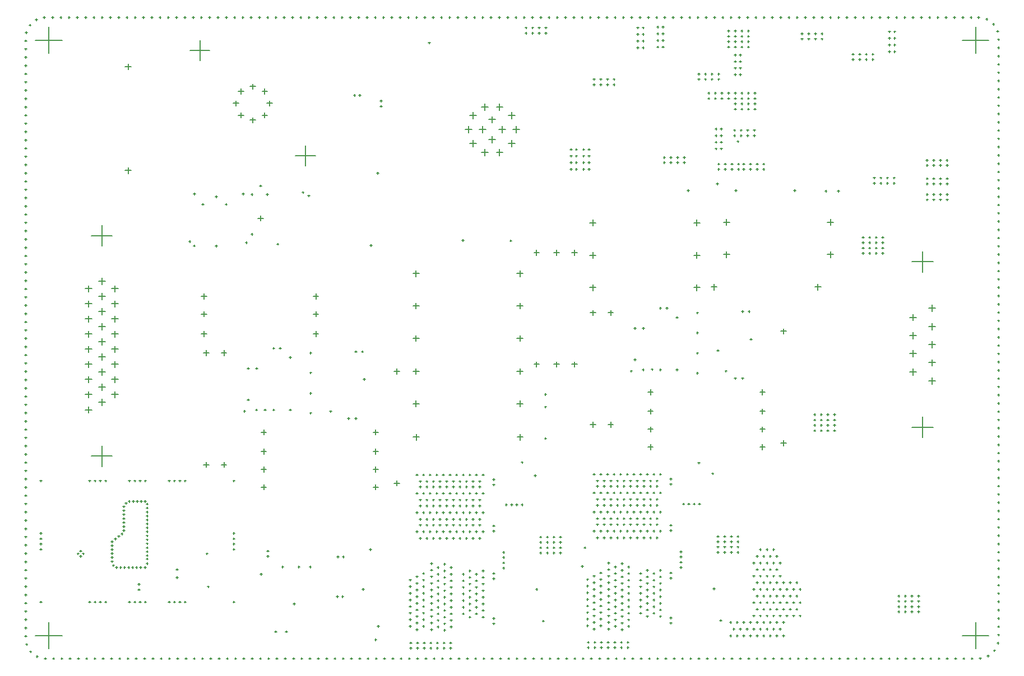
<source format=gbr>
%TF.GenerationSoftware,Altium Limited,Altium Designer,24.2.2 (26)*%
G04 Layer_Color=128*
%FSLAX45Y45*%
%MOMM*%
%TF.SameCoordinates,2C43E8B5-FC8E-40A2-A425-C8743FE8A27F*%
%TF.FilePolarity,Positive*%
%TF.FileFunction,Drillmap*%
%TF.Part,Single*%
G01*
G75*
%TA.AperFunction,NonConductor*%
%ADD124C,0.12700*%
D124*
X4254280Y11700000D02*
X4345720D01*
X4300000Y11654280D02*
Y11745720D01*
X4254280Y10130000D02*
X4345720D01*
X4300000Y10084280D02*
Y10175720D01*
X6142000Y11401000D02*
X6222000D01*
X6182000Y11361000D02*
Y11441000D01*
X6142000Y10893000D02*
X6222000D01*
X6182000Y10853000D02*
Y10933000D01*
X5888000Y11147000D02*
X5968000D01*
X5928000Y11107000D02*
Y11187000D01*
X6396000Y11147000D02*
X6476000D01*
X6436000Y11107000D02*
Y11187000D01*
X5962395Y11326605D02*
X6042395D01*
X6002395Y11286605D02*
Y11366605D01*
X6321605Y11326605D02*
X6401605D01*
X6361605Y11286605D02*
Y11366605D01*
X5962395Y10967395D02*
X6042395D01*
X6002395Y10927395D02*
Y11007395D01*
X6321605Y10967395D02*
X6401605D01*
X6361605Y10927395D02*
Y11007395D01*
X10041246Y10538397D02*
X10141246D01*
X10091246Y10488397D02*
Y10588397D01*
X9861246Y10407620D02*
X9961246D01*
X9911246Y10357620D02*
Y10457620D01*
X9638754Y10407620D02*
X9738754D01*
X9688754Y10357620D02*
Y10457620D01*
X9458754Y10538397D02*
X9558754D01*
X9508754Y10488397D02*
Y10588397D01*
X9458754Y10961603D02*
X9558754D01*
X9508754Y10911603D02*
Y11011603D01*
X9638754Y11092380D02*
X9738754D01*
X9688754Y11042381D02*
Y11142380D01*
X10041246Y10961603D02*
X10141246D01*
X10091246Y10911603D02*
Y11011603D01*
X9861246Y11092380D02*
X9961246D01*
X9911246Y11042381D02*
Y11142380D01*
X9750000Y10900000D02*
X9850000D01*
X9800000Y10850000D02*
Y10950000D01*
X9750000Y10600000D02*
X9850000D01*
X9800000Y10550000D02*
Y10650000D01*
X9600000Y10750000D02*
X9700000D01*
X9650000Y10700000D02*
Y10800000D01*
X9390000Y10750000D02*
X9490000D01*
X9440000Y10700000D02*
Y10800000D01*
X10110000Y10750000D02*
X10210000D01*
X10160000Y10700000D02*
Y10800000D01*
X9900000Y10750000D02*
X10000000D01*
X9950000Y10700000D02*
Y10800000D01*
X5708021Y5684003D02*
X5788021D01*
X5748021Y5644003D02*
Y5724003D01*
X5708021Y7374003D02*
X5788021D01*
X5748021Y7334003D02*
Y7414002D01*
X7998021Y5614002D02*
X8078021D01*
X8038021Y5574002D02*
Y5654002D01*
X6308021Y5614002D02*
X6388021D01*
X6348021Y5574002D02*
Y5654002D01*
X10174280Y6100000D02*
X10265720D01*
X10220000Y6054280D02*
Y6145720D01*
X8604280Y6100000D02*
X8695720D01*
X8650000Y6054280D02*
Y6145720D01*
X8602301Y7594002D02*
X8693741D01*
X8648021Y7548282D02*
Y7639722D01*
X10172301Y7594002D02*
X10263741D01*
X10218021Y7548282D02*
Y7639722D01*
X8602301Y8084002D02*
X8693741D01*
X8648021Y8038282D02*
Y8129722D01*
X10172301Y8084002D02*
X10263741D01*
X10218021Y8038282D02*
Y8129722D01*
X10172301Y6604002D02*
X10263741D01*
X10218021Y6558282D02*
Y6649722D01*
X8602301Y6604002D02*
X8693741D01*
X8648021Y6558282D02*
Y6649722D01*
X10172301Y7094002D02*
X10263741D01*
X10218021Y7048282D02*
Y7139722D01*
X8602301Y7094002D02*
X8693741D01*
X8648021Y7048282D02*
Y7139722D01*
X10172301Y8574002D02*
X10263741D01*
X10218021Y8528282D02*
Y8619722D01*
X8602301Y8574002D02*
X8693741D01*
X8648021Y8528282D02*
Y8619722D01*
X7095997Y7660000D02*
X7175997D01*
X7135997Y7620001D02*
Y7700000D01*
X5405998Y7660000D02*
X5485997D01*
X5445997Y7620001D02*
Y7700000D01*
X5405998Y7960000D02*
X5485998D01*
X5445998Y7920000D02*
Y8000000D01*
X7095998Y7960000D02*
X7175998D01*
X7135998Y7920000D02*
Y8000000D01*
X5405998Y8230001D02*
X5485998D01*
X5445998Y8190001D02*
Y8270000D01*
X7095998Y8230001D02*
X7175998D01*
X7135998Y8190001D02*
Y8270000D01*
X5438021Y5684003D02*
X5518021D01*
X5478021Y5644003D02*
Y5724003D01*
X5438021Y7374003D02*
X5518021D01*
X5478021Y7334003D02*
Y7414002D01*
X8318021Y7094002D02*
X8398021D01*
X8358021Y7054002D02*
Y7134002D01*
X8318021Y5404002D02*
X8398021D01*
X8358021Y5364002D02*
Y5444002D01*
X6308021Y6174002D02*
X6388021D01*
X6348021Y6134002D02*
Y6214002D01*
X7998021Y6174002D02*
X8078021D01*
X8038021Y6134002D02*
Y6214002D01*
X7998021Y5344002D02*
X8078021D01*
X8038021Y5304002D02*
Y5384002D01*
X6308021Y5344002D02*
X6388021D01*
X6348021Y5304002D02*
Y5384002D01*
X7998021Y5884002D02*
X8078021D01*
X8038021Y5844003D02*
Y5924002D01*
X6308021Y5884002D02*
X6388021D01*
X6348021Y5844003D02*
Y5924002D01*
X12150000Y6220000D02*
X12230000D01*
X12190000Y6180000D02*
Y6260000D01*
X13839999Y6220000D02*
X13920000D01*
X13880000Y6180000D02*
Y6260000D01*
X12150000Y5950000D02*
X12230000D01*
X12190000Y5910000D02*
Y5990000D01*
X13839999Y5950000D02*
X13920000D01*
X13880000Y5910000D02*
Y5990000D01*
X3654000Y8343000D02*
X3754000D01*
X3704000Y8293000D02*
Y8393000D01*
X3654000Y8114400D02*
X3754000D01*
X3704000Y8064400D02*
Y8164400D01*
X3654000Y7885800D02*
X3754000D01*
X3704000Y7835800D02*
Y7935800D01*
X3654000Y7657200D02*
X3754000D01*
X3704000Y7607200D02*
Y7707200D01*
X3654000Y7428600D02*
X3754000D01*
X3704000Y7378600D02*
Y7478600D01*
X3654000Y7200000D02*
X3754000D01*
X3704000Y7150000D02*
Y7250000D01*
X3654000Y6971400D02*
X3754000D01*
X3704000Y6921400D02*
Y7021400D01*
X3654000Y6742800D02*
X3754000D01*
X3704000Y6692800D02*
Y6792800D01*
X3654000Y6514000D02*
X3754000D01*
X3704000Y6464000D02*
Y6564000D01*
X3852000Y8457300D02*
X3952000D01*
X3902000Y8407300D02*
Y8507300D01*
X3852000Y8228700D02*
X3952000D01*
X3902000Y8178700D02*
Y8278700D01*
X3852000Y8000100D02*
X3952000D01*
X3902000Y7950100D02*
Y8050100D01*
X3852000Y7771500D02*
X3952000D01*
X3902000Y7721500D02*
Y7821500D01*
X3852000Y7542900D02*
X3952000D01*
X3902000Y7492900D02*
Y7592900D01*
X3852000Y7314300D02*
X3952000D01*
X3902000Y7264300D02*
Y7364300D01*
X3852000Y7085700D02*
X3952000D01*
X3902000Y7035700D02*
Y7135700D01*
X3852000Y6857100D02*
X3952000D01*
X3902000Y6807100D02*
Y6907100D01*
X3852000Y6628500D02*
X3952000D01*
X3902000Y6578500D02*
Y6678500D01*
X4050000Y8343000D02*
X4150000D01*
X4100000Y8293000D02*
Y8393000D01*
X4050000Y8114400D02*
X4150000D01*
X4100000Y8064400D02*
Y8164400D01*
X4050000Y7885800D02*
X4150000D01*
X4100000Y7835800D02*
Y7935800D01*
X4050000Y7657200D02*
X4150000D01*
X4100000Y7607200D02*
Y7707200D01*
X4050000Y7428600D02*
X4150000D01*
X4100000Y7378600D02*
Y7478600D01*
X4050000Y7200000D02*
X4150000D01*
X4100000Y7150000D02*
Y7250000D01*
X4050000Y6971400D02*
X4150000D01*
X4100000Y6921400D02*
Y7021400D01*
X4050000Y6742800D02*
X4150000D01*
X4100000Y6692800D02*
Y6792800D01*
X3744500Y9145000D02*
X4059500D01*
X3902000Y8987500D02*
Y9302500D01*
X3744500Y5813000D02*
X4059500D01*
X3902000Y5655500D02*
Y5970500D01*
X11280000Y6290000D02*
X11360000D01*
X11320000Y6250000D02*
Y6330000D01*
X11280000Y7980000D02*
X11360000D01*
X11320000Y7940000D02*
Y8020000D01*
X11274280Y8850000D02*
X11365720D01*
X11320000Y8804280D02*
Y8895720D01*
X12844279Y8850000D02*
X12935719D01*
X12889999Y8804280D02*
Y8895720D01*
X12150000Y6780000D02*
X12230000D01*
X12190000Y6740000D02*
Y6820000D01*
X13839999Y6780000D02*
X13920000D01*
X13880000Y6740000D02*
Y6820000D01*
X14864281Y8860000D02*
X14955721D01*
X14910001Y8814280D02*
Y8905720D01*
X13294279Y8860000D02*
X13385719D01*
X13339999Y8814280D02*
Y8905720D01*
X12844279Y9340000D02*
X12935719D01*
X12889999Y9294280D02*
Y9385720D01*
X11274280Y9340000D02*
X11365720D01*
X11320000Y9294280D02*
Y9385720D01*
X14864281Y9350000D02*
X14955721D01*
X14910001Y9304280D02*
Y9395720D01*
X13294279Y9350000D02*
X13385719D01*
X13339999Y9304280D02*
Y9395720D01*
X14160001Y7700000D02*
X14239999D01*
X14200000Y7660000D02*
Y7740000D01*
X14160001Y6010000D02*
X14239999D01*
X14200000Y5970000D02*
Y6050000D01*
X11550000Y6290000D02*
X11630000D01*
X11590000Y6250000D02*
Y6330000D01*
X11550000Y7980000D02*
X11630000D01*
X11590000Y7940000D02*
Y8020000D01*
X10730000Y8890000D02*
X10810000D01*
X10770000Y8850000D02*
Y8930000D01*
X10730000Y7200000D02*
X10810000D01*
X10770000Y7160000D02*
Y7240000D01*
X11000000Y8890000D02*
X11080000D01*
X11040000Y8850000D02*
Y8930000D01*
X11000000Y7200000D02*
X11080000D01*
X11040000Y7160000D02*
Y7240000D01*
X11274280Y8360000D02*
X11365720D01*
X11320000Y8314280D02*
Y8405720D01*
X12844279Y8360000D02*
X12935719D01*
X12889999Y8314280D02*
Y8405720D01*
X10430000Y7200000D02*
X10510000D01*
X10470000Y7160000D02*
Y7240000D01*
X10430000Y8890000D02*
X10510000D01*
X10470000Y8850000D02*
Y8930000D01*
X14674280Y8370000D02*
X14765720D01*
X14720000Y8324280D02*
Y8415720D01*
X13104280Y8370000D02*
X13195720D01*
X13150000Y8324280D02*
Y8415720D01*
X13839999Y6490000D02*
X13920000D01*
X13880000Y6450000D02*
Y6530000D01*
X12150000Y6490000D02*
X12230000D01*
X12190000Y6450000D02*
Y6530000D01*
X16108000Y7911000D02*
X16208000D01*
X16158000Y7861000D02*
Y7961000D01*
X16108000Y7637000D02*
X16208000D01*
X16158000Y7587000D02*
Y7687000D01*
X16108000Y7363000D02*
X16208000D01*
X16158000Y7313000D02*
Y7413000D01*
X16108000Y7089000D02*
X16208000D01*
X16158000Y7039000D02*
Y7139000D01*
X16392000Y8048000D02*
X16492000D01*
X16442000Y7998000D02*
Y8098000D01*
X16392000Y7774000D02*
X16492000D01*
X16442000Y7724000D02*
Y7824000D01*
X16392000Y7500000D02*
X16492000D01*
X16442000Y7450000D02*
Y7550000D01*
X16392000Y7226000D02*
X16492000D01*
X16442000Y7176000D02*
Y7276000D01*
X16392000Y6952000D02*
X16492000D01*
X16442000Y6902000D02*
Y7002000D01*
X16142500Y8749500D02*
X16457500D01*
X16300000Y8592000D02*
Y8907000D01*
X16142500Y6250500D02*
X16457500D01*
X16300000Y6093000D02*
Y6408000D01*
X6828470Y10353194D02*
X7128470D01*
X6978470Y10203194D02*
Y10503194D01*
X5232000Y11947000D02*
X5532000D01*
X5382000Y11797000D02*
Y12097000D01*
X16900000Y12100000D02*
X17300000D01*
X17100000Y11900000D02*
Y12300000D01*
X16900000Y3100000D02*
X17300000D01*
X17100000Y2900000D02*
Y3300000D01*
X2900000Y3100000D02*
X3300000D01*
X3100000Y2900000D02*
Y3300000D01*
X2900000Y12100000D02*
X3300000D01*
X3100000Y11900000D02*
Y12300000D01*
X11325000Y11510000D02*
X11355000D01*
X11340000Y11495000D02*
Y11525000D01*
X11425000Y11510000D02*
X11455000D01*
X11440000Y11495000D02*
Y11525000D01*
X11525000Y11510000D02*
X11555000D01*
X11540000Y11495000D02*
Y11525000D01*
X11625000Y11510000D02*
X11655000D01*
X11640000Y11495000D02*
Y11525000D01*
X11425000Y11510000D02*
X11455000D01*
X11440000Y11495000D02*
Y11525000D01*
X11525000Y11510000D02*
X11555000D01*
X11540000Y11495000D02*
Y11525000D01*
X11625000Y11510000D02*
X11655000D01*
X11640000Y11495000D02*
Y11525000D01*
X11325000Y11430000D02*
X11355000D01*
X11340000Y11415000D02*
Y11445000D01*
X11425000Y11430000D02*
X11455000D01*
X11440000Y11415000D02*
Y11445000D01*
X11525000Y11430000D02*
X11555000D01*
X11540000Y11415000D02*
Y11445000D01*
X11625000Y11430000D02*
X11655000D01*
X11640000Y11415000D02*
Y11445000D01*
X11425000Y11430000D02*
X11455000D01*
X11440000Y11415000D02*
Y11445000D01*
X11525000Y11430000D02*
X11555000D01*
X11540000Y11415000D02*
Y11445000D01*
X11625000Y11430000D02*
X11655000D01*
X11640000Y11415000D02*
Y11445000D01*
X11425000Y11430000D02*
X11455000D01*
X11440000Y11415000D02*
Y11445000D01*
X11525000Y11430000D02*
X11555000D01*
X11540000Y11415000D02*
Y11445000D01*
X11625000Y11430000D02*
X11655000D01*
X11640000Y11415000D02*
Y11445000D01*
X8835000Y12060000D02*
X8865000D01*
X8850000Y12045000D02*
Y12075000D01*
X13185001Y9930000D02*
X13214999D01*
X13200000Y9915000D02*
Y9945000D01*
X14385008Y3900002D02*
X14415009D01*
X14400008Y3885002D02*
Y3915002D01*
X14435008Y3800002D02*
X14465009D01*
X14450008Y3785002D02*
Y3815002D01*
X14385008Y3700002D02*
X14415009D01*
X14400008Y3685002D02*
Y3715002D01*
X14435008Y3600002D02*
X14465009D01*
X14450008Y3585002D02*
Y3615002D01*
X14385008Y3500002D02*
X14415009D01*
X14400008Y3485002D02*
Y3515002D01*
X14435008Y3400002D02*
X14465009D01*
X14450008Y3385002D02*
Y3415002D01*
X14285008Y3900002D02*
X14315009D01*
X14300008Y3885002D02*
Y3915002D01*
X14335008Y3800002D02*
X14365009D01*
X14350008Y3785002D02*
Y3815002D01*
X14285008Y3700002D02*
X14315009D01*
X14300008Y3685002D02*
Y3715002D01*
X14335008Y3600002D02*
X14365009D01*
X14350008Y3585002D02*
Y3615002D01*
X14285008Y3500002D02*
X14315009D01*
X14300008Y3485002D02*
Y3515002D01*
X14335008Y3400002D02*
X14365009D01*
X14350008Y3385002D02*
Y3415002D01*
X14185008Y3900002D02*
X14215009D01*
X14200008Y3885002D02*
Y3915002D01*
X14235008Y3800002D02*
X14265009D01*
X14250008Y3785002D02*
Y3815002D01*
X14185008Y3700002D02*
X14215009D01*
X14200008Y3685002D02*
Y3715002D01*
X14235008Y3600002D02*
X14265009D01*
X14250008Y3585002D02*
Y3615002D01*
X14185008Y3500002D02*
X14215009D01*
X14200008Y3485002D02*
Y3515002D01*
X14235008Y3400002D02*
X14265009D01*
X14250008Y3385002D02*
Y3415002D01*
X14185008Y3300002D02*
X14215009D01*
X14200008Y3285002D02*
Y3315002D01*
X14185008Y3100002D02*
X14215009D01*
X14200008Y3085002D02*
Y3115002D01*
X14085008Y4300002D02*
X14115009D01*
X14100008Y4285002D02*
Y4315002D01*
X14135008Y4200002D02*
X14165007D01*
X14150008Y4185002D02*
Y4215002D01*
X14085008Y4100002D02*
X14115009D01*
X14100008Y4085002D02*
Y4115002D01*
X14135008Y4000002D02*
X14165007D01*
X14150008Y3985002D02*
Y4015002D01*
X14085008Y3900002D02*
X14115009D01*
X14100008Y3885002D02*
Y3915002D01*
X14135008Y3800002D02*
X14165007D01*
X14150008Y3785002D02*
Y3815002D01*
X14085008Y3700002D02*
X14115009D01*
X14100008Y3685002D02*
Y3715002D01*
X14135008Y3600002D02*
X14165007D01*
X14150008Y3585002D02*
Y3615002D01*
X14085008Y3500002D02*
X14115009D01*
X14100008Y3485002D02*
Y3515002D01*
X14135008Y3400002D02*
X14165007D01*
X14150008Y3385002D02*
Y3415002D01*
X14085008Y3300002D02*
X14115009D01*
X14100008Y3285002D02*
Y3315002D01*
X14135008Y3200002D02*
X14165007D01*
X14150008Y3185002D02*
Y3215002D01*
X14085008Y3100002D02*
X14115009D01*
X14100008Y3085002D02*
Y3115002D01*
X14035007Y4400002D02*
X14065007D01*
X14050008Y4385002D02*
Y4415002D01*
X13985008Y4300002D02*
X14015009D01*
X14000008Y4285002D02*
Y4315002D01*
X14035007Y4200002D02*
X14065007D01*
X14050008Y4185002D02*
Y4215002D01*
X13985008Y4100002D02*
X14015009D01*
X14000008Y4085002D02*
Y4115002D01*
X14035007Y4000002D02*
X14065007D01*
X14050008Y3985002D02*
Y4015002D01*
X13985008Y3900002D02*
X14015009D01*
X14000008Y3885002D02*
Y3915002D01*
X14035007Y3800002D02*
X14065007D01*
X14050008Y3785002D02*
Y3815002D01*
X13985008Y3700002D02*
X14015009D01*
X14000008Y3685002D02*
Y3715002D01*
X14035007Y3600002D02*
X14065007D01*
X14050008Y3585002D02*
Y3615002D01*
X13985008Y3500002D02*
X14015009D01*
X14000008Y3485002D02*
Y3515002D01*
X14035007Y3400002D02*
X14065007D01*
X14050008Y3385002D02*
Y3415002D01*
X13985008Y3300002D02*
X14015009D01*
X14000008Y3285002D02*
Y3315002D01*
X14035007Y3200002D02*
X14065007D01*
X14050008Y3185002D02*
Y3215002D01*
X13985008Y3100002D02*
X14015009D01*
X14000008Y3085002D02*
Y3115002D01*
X13935007Y4400002D02*
X13965007D01*
X13950008Y4385002D02*
Y4415002D01*
X13885008Y4300002D02*
X13915007D01*
X13900008Y4285002D02*
Y4315002D01*
X13935007Y4200002D02*
X13965007D01*
X13950008Y4185002D02*
Y4215002D01*
X13885008Y4100002D02*
X13915007D01*
X13900008Y4085002D02*
Y4115002D01*
X13935007Y4000002D02*
X13965007D01*
X13950008Y3985002D02*
Y4015002D01*
X13885008Y3900002D02*
X13915007D01*
X13900008Y3885002D02*
Y3915002D01*
X13935007Y3800002D02*
X13965007D01*
X13950008Y3785002D02*
Y3815002D01*
X13885008Y3700002D02*
X13915007D01*
X13900008Y3685002D02*
Y3715002D01*
X13935007Y3600002D02*
X13965007D01*
X13950008Y3585002D02*
Y3615002D01*
X13885008Y3500002D02*
X13915007D01*
X13900008Y3485002D02*
Y3515002D01*
X13935007Y3400002D02*
X13965007D01*
X13950008Y3385002D02*
Y3415002D01*
X13885008Y3300002D02*
X13915007D01*
X13900008Y3285002D02*
Y3315002D01*
X13935007Y3200002D02*
X13965007D01*
X13950008Y3185002D02*
Y3215002D01*
X13885008Y3100002D02*
X13915007D01*
X13900008Y3085002D02*
Y3115002D01*
X13835007Y4400002D02*
X13865007D01*
X13850008Y4385002D02*
Y4415002D01*
X13785007Y4300002D02*
X13815007D01*
X13800008Y4285002D02*
Y4315002D01*
X13835007Y4200002D02*
X13865007D01*
X13850008Y4185002D02*
Y4215002D01*
X13785007Y4100002D02*
X13815007D01*
X13800008Y4085002D02*
Y4115002D01*
X13835007Y4000002D02*
X13865007D01*
X13850008Y3985002D02*
Y4015002D01*
X13785007Y3900002D02*
X13815007D01*
X13800008Y3885002D02*
Y3915002D01*
X13835007Y3800002D02*
X13865007D01*
X13850008Y3785002D02*
Y3815002D01*
X13785007Y3700002D02*
X13815007D01*
X13800008Y3685002D02*
Y3715002D01*
X13835007Y3600002D02*
X13865007D01*
X13850008Y3585002D02*
Y3615002D01*
X13785007Y3500002D02*
X13815007D01*
X13800008Y3485002D02*
Y3515002D01*
X13835007Y3400002D02*
X13865007D01*
X13850008Y3385002D02*
Y3415002D01*
X13785007Y3300002D02*
X13815007D01*
X13800008Y3285002D02*
Y3315002D01*
X13835007Y3200002D02*
X13865007D01*
X13850008Y3185002D02*
Y3215002D01*
X13785007Y3100002D02*
X13815007D01*
X13800008Y3085002D02*
Y3115002D01*
X13735007Y4200002D02*
X13765007D01*
X13750008Y4185002D02*
Y4215002D01*
X13735007Y4000002D02*
X13765007D01*
X13750008Y3985002D02*
Y4015002D01*
X13735007Y3800002D02*
X13765007D01*
X13750008Y3785002D02*
Y3815002D01*
X13735007Y3600002D02*
X13765007D01*
X13750008Y3585002D02*
Y3615002D01*
X13735007Y3400002D02*
X13765007D01*
X13750008Y3385002D02*
Y3415002D01*
X13685007Y3300002D02*
X13715007D01*
X13700008Y3285002D02*
Y3315002D01*
X13735007Y3200002D02*
X13765007D01*
X13750008Y3185002D02*
Y3215002D01*
X13685007Y3100002D02*
X13715007D01*
X13700008Y3085002D02*
Y3115002D01*
X13585007Y3300002D02*
X13615007D01*
X13600008Y3285002D02*
Y3315002D01*
X13635007Y3200002D02*
X13665007D01*
X13650008Y3185002D02*
Y3215002D01*
X13585007Y3100002D02*
X13615007D01*
X13600008Y3085002D02*
Y3115002D01*
X13485007Y3300002D02*
X13515007D01*
X13500008Y3285002D02*
Y3315002D01*
X13535007Y3200002D02*
X13565007D01*
X13550008Y3185002D02*
Y3215002D01*
X13485007Y3100002D02*
X13515007D01*
X13500008Y3085002D02*
Y3115002D01*
X13385007Y3300002D02*
X13415007D01*
X13400008Y3285002D02*
Y3315002D01*
X13435007Y3200002D02*
X13465007D01*
X13450008Y3185002D02*
Y3215002D01*
X13385007Y3100002D02*
X13415007D01*
X13400008Y3085002D02*
Y3115002D01*
X4571600Y4261100D02*
X4601600D01*
X4586600Y4246100D02*
Y4276100D01*
X4571600Y4191100D02*
X4601600D01*
X4586600Y4176100D02*
Y4206100D01*
X4541600Y4131100D02*
X4571600D01*
X4556600Y4116100D02*
Y4146100D01*
X4471600Y4131100D02*
X4501600D01*
X4486600Y4116100D02*
Y4146100D01*
X4411600Y4131100D02*
X4441600D01*
X4426600Y4116100D02*
Y4146100D01*
X4351600Y4131100D02*
X4381600D01*
X4366600Y4116100D02*
Y4146100D01*
X4291600Y4131100D02*
X4321600D01*
X4306600Y4116100D02*
Y4146100D01*
X4231600Y4131100D02*
X4261600D01*
X4246600Y4116100D02*
Y4146100D01*
X4171600Y4131100D02*
X4201600D01*
X4186600Y4116100D02*
Y4146100D01*
X4111600Y4131100D02*
X4141600D01*
X4126600Y4116100D02*
Y4146100D01*
X4061600Y4161100D02*
X4091600D01*
X4076600Y4146100D02*
Y4176100D01*
X4041600Y4221100D02*
X4071600D01*
X4056600Y4206100D02*
Y4236099D01*
X4041600Y4281100D02*
X4071600D01*
X4056600Y4266100D02*
Y4296100D01*
X4041600Y4341100D02*
X4071600D01*
X4056600Y4326100D02*
Y4356099D01*
X4041600Y4401100D02*
X4071600D01*
X4056600Y4386100D02*
Y4416100D01*
X4041600Y4461100D02*
X4071600D01*
X4056600Y4446100D02*
Y4476100D01*
X4041600Y4521100D02*
X4071600D01*
X4056600Y4506100D02*
Y4536100D01*
X4091600Y4561100D02*
X4121600D01*
X4106600Y4546100D02*
Y4576100D01*
X4141600Y4601100D02*
X4171600D01*
X4156600Y4586100D02*
Y4616099D01*
X4191600Y4641100D02*
X4221600D01*
X4206600Y4626100D02*
Y4656100D01*
X4221600Y4691100D02*
X4251600D01*
X4236600Y4676100D02*
Y4706100D01*
X4221600Y4751099D02*
X4251600D01*
X4236600Y4736099D02*
Y4766099D01*
X4221600Y4811100D02*
X4251600D01*
X4236600Y4796100D02*
Y4826100D01*
X4221600Y4871099D02*
X4251600D01*
X4236600Y4856100D02*
Y4886099D01*
X4221600Y4931100D02*
X4251600D01*
X4236600Y4916100D02*
Y4946100D01*
X4221600Y4991099D02*
X4251600D01*
X4236600Y4976100D02*
Y5006099D01*
X4221600Y5051100D02*
X4251600D01*
X4236600Y5036100D02*
Y5066100D01*
X4251600Y5101100D02*
X4281600D01*
X4266600Y5086100D02*
Y5116099D01*
X4301600Y5131099D02*
X4331600D01*
X4316600Y5116099D02*
Y5146099D01*
X4361600Y5131099D02*
X4391600D01*
X4376600Y5116099D02*
Y5146099D01*
X4421600Y5131099D02*
X4451600D01*
X4436600Y5116099D02*
Y5146099D01*
X4481600Y5131099D02*
X4511600D01*
X4496600Y5116099D02*
Y5146099D01*
X4541600Y5131099D02*
X4571600D01*
X4556600Y5116099D02*
Y5146099D01*
X4571600Y5091100D02*
X4601600D01*
X4586600Y5076100D02*
Y5106100D01*
X4571600Y5031100D02*
X4601600D01*
X4586600Y5016100D02*
Y5046100D01*
X4571600Y4971100D02*
X4601600D01*
X4586600Y4956100D02*
Y4986100D01*
X4571600Y4911100D02*
X4601600D01*
X4586600Y4896100D02*
Y4926100D01*
X4571600Y4851100D02*
X4601600D01*
X4586600Y4836100D02*
Y4866099D01*
X4571600Y4791100D02*
X4601600D01*
X4586600Y4776100D02*
Y4806100D01*
X4571600Y4731100D02*
X4601600D01*
X4586600Y4716100D02*
Y4746099D01*
X4571600Y4671100D02*
X4601600D01*
X4586600Y4656100D02*
Y4686100D01*
X4571600Y4611099D02*
X4601600D01*
X4586600Y4596100D02*
Y4626099D01*
X4571600Y4551100D02*
X4601600D01*
X4586600Y4536100D02*
Y4566100D01*
X4571600Y4491099D02*
X4601600D01*
X4586600Y4476100D02*
Y4506099D01*
X4571600Y4431100D02*
X4601600D01*
X4586600Y4416100D02*
Y4446100D01*
X4571600Y4371099D02*
X4601600D01*
X4586600Y4356099D02*
Y4386099D01*
X4571600Y4311100D02*
X4601600D01*
X4586600Y4296100D02*
Y4326100D01*
X12485000Y3290000D02*
X12515000D01*
X12500000Y3275000D02*
Y3305000D01*
X13314999Y7100000D02*
X13345000D01*
X13330000Y7085000D02*
Y7115000D01*
X12199261Y7124100D02*
X12229261D01*
X12214261Y7109100D02*
Y7139100D01*
X12065000Y7120000D02*
X12095000D01*
X12080000Y7105000D02*
Y7135000D01*
X8106000Y11181900D02*
X8136000D01*
X8121000Y11166900D02*
Y11196900D01*
X10589002Y6556979D02*
X10619002D01*
X10604002Y6541979D02*
Y6571979D01*
X10589002Y6746979D02*
X10619002D01*
X10604002Y6731979D02*
Y6761979D01*
X11885000Y7100000D02*
X11915000D01*
X11900000Y7085000D02*
Y7115000D01*
X3785000Y5440000D02*
X3815000D01*
X3800000Y5425000D02*
Y5455000D01*
X3945000Y5440000D02*
X3975000D01*
X3960000Y5425000D02*
Y5455000D01*
X4465000Y5440000D02*
X4495000D01*
X4480000Y5425000D02*
Y5455000D01*
X4985000Y5440000D02*
X5015000D01*
X5000000Y5425000D02*
Y5455000D01*
X5065000Y5440000D02*
X5095000D01*
X5080000Y5425000D02*
Y5455000D01*
X4385000Y5440000D02*
X4415000D01*
X4400000Y5425000D02*
Y5455000D01*
X4545000Y5440000D02*
X4575000D01*
X4560000Y5425000D02*
Y5455000D01*
X12485000Y3370000D02*
X12515000D01*
X12500000Y3355000D02*
Y3385000D01*
X12657544Y2753116D02*
X12687544D01*
X12672544Y2738116D02*
Y2768116D01*
X12532544Y2753116D02*
X12562544D01*
X12547544Y2738116D02*
Y2768116D01*
X12325000Y3590000D02*
X12355000D01*
X12340000Y3575000D02*
Y3605000D01*
X12225000Y3640000D02*
X12255000D01*
X12240000Y3625000D02*
Y3655000D01*
X12485000Y4050000D02*
X12515000D01*
X12500000Y4035000D02*
Y4065000D01*
X12485000Y3970000D02*
X12515000D01*
X12500000Y3955000D02*
Y3985000D01*
X12485000Y4770000D02*
X12515000D01*
X12500000Y4755000D02*
Y4785000D01*
X12635000Y4210000D02*
X12665000D01*
X12650000Y4195000D02*
Y4225000D01*
X12635000Y4370000D02*
X12665000D01*
X12650000Y4355000D02*
Y4385000D01*
X12635000Y4290000D02*
X12665000D01*
X12650000Y4275000D02*
Y4305000D01*
X12635000Y4130000D02*
X12665000D01*
X12650000Y4115000D02*
Y4145000D01*
X12914999Y5090000D02*
X12945000D01*
X12930000Y5075000D02*
Y5105000D01*
X12835001Y5090000D02*
X12864999D01*
X12850000Y5075000D02*
Y5105000D01*
X12485000Y5470000D02*
X12515000D01*
X12500000Y5455000D02*
Y5485000D01*
X12485000Y5390000D02*
X12515000D01*
X12500000Y5375000D02*
Y5405000D01*
X12275000Y5440000D02*
X12305000D01*
X12290000Y5425000D02*
Y5455000D01*
X9646214Y5531212D02*
X9676214D01*
X9661214Y5516212D02*
Y5546212D01*
X10435000Y5520000D02*
X10465000D01*
X10450000Y5505000D02*
Y5535000D01*
X10616214Y4351213D02*
X10646214D01*
X10631214Y4336213D02*
Y4366213D01*
X10616214Y4431212D02*
X10646214D01*
X10631214Y4416212D02*
Y4446212D01*
X10616214Y4511212D02*
X10646214D01*
X10631214Y4496212D02*
Y4526212D01*
X10616214Y4591212D02*
X10646214D01*
X10631214Y4576212D02*
Y4606212D01*
X10516214Y4351213D02*
X10546214D01*
X10531214Y4336213D02*
Y4366213D01*
X10516214Y4431212D02*
X10546214D01*
X10531214Y4416212D02*
Y4446212D01*
X10516214Y4511212D02*
X10546214D01*
X10531214Y4496212D02*
Y4526212D01*
X10516214Y4591212D02*
X10546214D01*
X10531214Y4576212D02*
Y4606212D01*
X13114999Y5550000D02*
X13145000D01*
X13130000Y5535000D02*
Y5565000D01*
X6295000Y4030000D02*
X6325000D01*
X6310000Y4015000D02*
Y4045000D01*
X6070200Y9040000D02*
X6100200D01*
X6085200Y9025000D02*
Y9055000D01*
X6925000Y9800000D02*
X6955000D01*
X6940000Y9785000D02*
Y9815000D01*
X6865000Y4140000D02*
X6895000D01*
X6880000Y4125000D02*
Y4155000D01*
X11185000Y4430000D02*
X11215000D01*
X11200000Y4415000D02*
Y4445000D01*
X11145000Y4150000D02*
X11175000D01*
X11160000Y4135000D02*
Y4165000D01*
X6617900Y4140000D02*
X6647900D01*
X6632900Y4125000D02*
Y4155000D01*
X7345000Y6490000D02*
X7375000D01*
X7360000Y6475000D02*
Y6505000D01*
X16125000Y3540000D02*
X16155000D01*
X16139999Y3525000D02*
Y3555000D01*
X16025000Y3540000D02*
X16055000D01*
X16039999Y3525000D02*
Y3555000D01*
X16225000Y3460000D02*
X16255000D01*
X16239999Y3445000D02*
Y3475000D01*
X16125000Y3460000D02*
X16155000D01*
X16139999Y3445000D02*
Y3475000D01*
X16025000Y3460000D02*
X16055000D01*
X16039999Y3445000D02*
Y3475000D01*
X16225000Y3540000D02*
X16255000D01*
X16239999Y3525000D02*
Y3555000D01*
X15925000Y3540000D02*
X15955000D01*
X15939999Y3525000D02*
Y3555000D01*
X15925000Y3460000D02*
X15955000D01*
X15939999Y3445000D02*
Y3475000D01*
X16225000Y3700000D02*
X16255000D01*
X16239999Y3685000D02*
Y3715000D01*
X16025000Y3700000D02*
X16055000D01*
X16039999Y3685000D02*
Y3715000D01*
X16225000Y3620000D02*
X16255000D01*
X16239999Y3605000D02*
Y3635000D01*
X16125000Y3620000D02*
X16155000D01*
X16139999Y3605000D02*
Y3635000D01*
X16125000Y3700000D02*
X16155000D01*
X16139999Y3685000D02*
Y3715000D01*
X15925000Y3700000D02*
X15955000D01*
X15939999Y3685000D02*
Y3715000D01*
X16025000Y3620000D02*
X16055000D01*
X16039999Y3605000D02*
Y3635000D01*
X15925000Y3620000D02*
X15955000D01*
X15939999Y3605000D02*
Y3635000D01*
X5883000Y5440000D02*
X5913000D01*
X5898000Y5425000D02*
Y5455000D01*
X2967000Y5440000D02*
X2997000D01*
X2982000Y5425000D02*
Y5455000D01*
X2967000Y3610000D02*
X2997000D01*
X2982000Y3595000D02*
Y3625000D01*
X5883000Y3610000D02*
X5913000D01*
X5898000Y3595000D02*
Y3625000D01*
X10065000Y9070000D02*
X10095000D01*
X10080000Y9055000D02*
Y9085000D01*
X7955000Y9000000D02*
X7985000D01*
X7970000Y8985000D02*
Y9015000D01*
X9343021Y9074002D02*
X9373021D01*
X9358021Y9059002D02*
Y9089002D01*
X7945000Y4400000D02*
X7975000D01*
X7960000Y4385000D02*
Y4415000D01*
X12575000Y7120000D02*
X12605000D01*
X12590000Y7105000D02*
Y7135000D01*
X10156214Y5081212D02*
X10186214D01*
X10171214Y5066212D02*
Y5096212D01*
X10236214Y5081212D02*
X10266214D01*
X10251214Y5066212D02*
Y5096212D01*
X9996214Y5081212D02*
X10026214D01*
X10011214Y5066212D02*
Y5096212D01*
X10816214Y4591212D02*
X10846214D01*
X10831214Y4576212D02*
Y4606212D01*
X10716214Y4511212D02*
X10746214D01*
X10731214Y4496212D02*
Y4526212D01*
X10716214Y4431212D02*
X10746214D01*
X10731214Y4416212D02*
Y4446212D01*
X10816214Y4351213D02*
X10846214D01*
X10831214Y4336213D02*
Y4366213D01*
X10716214Y4351213D02*
X10746214D01*
X10731214Y4336213D02*
Y4366213D01*
X9956214Y4361212D02*
X9986214D01*
X9971214Y4346212D02*
Y4376212D01*
X9956214Y4121212D02*
X9986214D01*
X9971214Y4106212D02*
Y4136212D01*
X9956214Y4201212D02*
X9986214D01*
X9971214Y4186212D02*
Y4216212D01*
X9956214Y4281212D02*
X9986214D01*
X9971214Y4266212D02*
Y4296212D01*
X8556214Y2991212D02*
X8586214D01*
X8571214Y2976212D02*
Y3006212D01*
X8656214Y2991212D02*
X8686214D01*
X8671214Y2976212D02*
Y3006212D01*
X8856214Y2991212D02*
X8886214D01*
X8871214Y2976212D02*
Y3006212D01*
X9056214Y2991212D02*
X9086214D01*
X9071214Y2976212D02*
Y3006212D01*
X8956214Y2991212D02*
X8986214D01*
X8971214Y2976212D02*
Y3006212D01*
X8556214Y2911212D02*
X8586214D01*
X8571214Y2896212D02*
Y2926212D01*
X8656214Y2911212D02*
X8686214D01*
X8671214Y2896212D02*
Y2926212D01*
X8856214Y2911212D02*
X8886214D01*
X8871214Y2896212D02*
Y2926212D01*
X8756214Y2911212D02*
X8786214D01*
X8771214Y2896212D02*
Y2926212D01*
X9056214Y2911212D02*
X9086214D01*
X9071214Y2896212D02*
Y2926212D01*
X8956214Y2911212D02*
X8986214D01*
X8971214Y2896212D02*
Y2926212D01*
X10556214Y3321212D02*
X10586214D01*
X10571214Y3306212D02*
Y3336212D01*
X9806214Y5461212D02*
X9836214D01*
X9821214Y5446212D02*
Y5476212D01*
X9806214Y5381212D02*
X9836214D01*
X9821214Y5366212D02*
Y5396212D01*
X9806214Y4761212D02*
X9836214D01*
X9821214Y4746212D02*
Y4776212D01*
X9806214Y4681212D02*
X9836214D01*
X9821214Y4666212D02*
Y4696212D01*
X9806214Y3961212D02*
X9836214D01*
X9821214Y3946212D02*
Y3976212D01*
X9806214Y4041212D02*
X9836214D01*
X9821214Y4026212D02*
Y4056212D01*
X9806214Y3281212D02*
X9836214D01*
X9821214Y3266212D02*
Y3296212D01*
X9806214Y3361212D02*
X9836214D01*
X9821214Y3346212D02*
Y3376212D01*
X8866214Y3491212D02*
X8896214D01*
X8881214Y3476212D02*
Y3506212D01*
X8866214Y3991212D02*
X8896214D01*
X8881214Y3976212D02*
Y4006212D01*
X8866214Y3891212D02*
X8896214D01*
X8881214Y3876212D02*
Y3906212D01*
X8866214Y3791212D02*
X8896214D01*
X8881214Y3776212D02*
Y3806212D01*
X8866214Y3591212D02*
X8896214D01*
X8881214Y3576212D02*
Y3606212D01*
X8866214Y3691212D02*
X8896214D01*
X8881214Y3676212D02*
Y3706212D01*
X8866214Y3391212D02*
X8896214D01*
X8881214Y3376212D02*
Y3406212D01*
X8866214Y3191212D02*
X8896214D01*
X8881214Y3176212D02*
Y3206212D01*
X8866214Y4091212D02*
X8896214D01*
X8881214Y4076212D02*
Y4106212D01*
X8866214Y4191212D02*
X8896214D01*
X8881214Y4176212D02*
Y4206212D01*
X8546214Y3541212D02*
X8576214D01*
X8561214Y3526212D02*
Y3556212D01*
X8546214Y3841213D02*
X8576214D01*
X8561214Y3826213D02*
Y3856213D01*
X8546214Y3741212D02*
X8576214D01*
X8561214Y3726213D02*
Y3756212D01*
X8546214Y3641212D02*
X8576214D01*
X8561214Y3626212D02*
Y3656212D01*
X8546214Y3441212D02*
X8576214D01*
X8561214Y3426212D02*
Y3456212D01*
X8546214Y3341212D02*
X8576214D01*
X8561214Y3326212D02*
Y3356212D01*
X8546214Y3241212D02*
X8576214D01*
X8561214Y3226212D02*
Y3256212D01*
X8546214Y3941213D02*
X8576214D01*
X8561214Y3926213D02*
Y3956213D01*
X8746214Y3841213D02*
X8776214D01*
X8761214Y3826213D02*
Y3856213D01*
X8746214Y3641212D02*
X8776214D01*
X8761214Y3626212D02*
Y3656212D01*
X8646214Y3891213D02*
X8676214D01*
X8661214Y3876213D02*
Y3906213D01*
X8646214Y3691213D02*
X8676214D01*
X8661214Y3676213D02*
Y3706213D01*
X8746214Y3541212D02*
X8776214D01*
X8761214Y3526212D02*
Y3556212D01*
X8646214Y3591213D02*
X8676214D01*
X8661214Y3576213D02*
Y3606212D01*
X8746214Y3741212D02*
X8776214D01*
X8761214Y3726213D02*
Y3756212D01*
X8646214Y3791213D02*
X8676214D01*
X8661214Y3776213D02*
Y3806213D01*
X8746214Y3441212D02*
X8776214D01*
X8761214Y3426212D02*
Y3456212D01*
X8646214Y3191212D02*
X8676214D01*
X8661214Y3176212D02*
Y3206212D01*
X8646214Y3391212D02*
X8676214D01*
X8661214Y3376212D02*
Y3406212D01*
X8746214Y3341212D02*
X8776214D01*
X8761214Y3326212D02*
Y3356212D01*
X8646214Y3491212D02*
X8676214D01*
X8661214Y3476213D02*
Y3506212D01*
X8746214Y3241212D02*
X8776214D01*
X8761214Y3226212D02*
Y3256212D01*
X8646214Y3291212D02*
X8676214D01*
X8661214Y3276212D02*
Y3306212D01*
X8746214Y3941213D02*
X8776214D01*
X8761214Y3926213D02*
Y3956213D01*
X8746214Y4041213D02*
X8776214D01*
X8761214Y4026213D02*
Y4056213D01*
X8646214Y3991213D02*
X8676214D01*
X8661214Y3976213D02*
Y4006213D01*
X8966214Y3631212D02*
X8996214D01*
X8981214Y3616212D02*
Y3646212D01*
X8966214Y3931213D02*
X8996214D01*
X8981214Y3916213D02*
Y3946213D01*
X8966214Y3431212D02*
X8996214D01*
X8981214Y3416212D02*
Y3446212D01*
X8966214Y3831213D02*
X8996214D01*
X8981214Y3816213D02*
Y3846213D01*
X8966214Y4031213D02*
X8996214D01*
X8981214Y4016213D02*
Y4046213D01*
X8966214Y3531212D02*
X8996214D01*
X8981214Y3516212D02*
Y3546212D01*
X8966214Y4131213D02*
X8996214D01*
X8981214Y4116213D02*
Y4146213D01*
X8966214Y3731213D02*
X8996214D01*
X8981214Y3716213D02*
Y3746212D01*
X9166214Y4131213D02*
X9196214D01*
X9181214Y4116213D02*
Y4146213D01*
X9166214Y4031213D02*
X9196214D01*
X9181214Y4016213D02*
Y4046213D01*
X9066214Y3781213D02*
X9096214D01*
X9081214Y3766213D02*
Y3796213D01*
X9066214Y3881213D02*
X9096214D01*
X9081214Y3866213D02*
Y3896213D01*
X9066214Y3981213D02*
X9096214D01*
X9081214Y3966213D02*
Y3996213D01*
X9066214Y4181213D02*
X9096214D01*
X9081214Y4166213D02*
Y4196213D01*
X9066214Y4081213D02*
X9096214D01*
X9081214Y4066213D02*
Y4096213D01*
X9066214Y3481212D02*
X9096214D01*
X9081214Y3466213D02*
Y3496212D01*
X9066214Y3581213D02*
X9096214D01*
X9081214Y3566213D02*
Y3596213D01*
X9066214Y3681213D02*
X9096214D01*
X9081214Y3666213D02*
Y3696213D01*
X9166214Y3231212D02*
X9196214D01*
X9181214Y3216212D02*
Y3246212D01*
X9166214Y3331212D02*
X9196214D01*
X9181214Y3316212D02*
Y3346212D01*
X9066214Y3381212D02*
X9096214D01*
X9081214Y3366212D02*
Y3396212D01*
X9066214Y3181212D02*
X9096214D01*
X9081214Y3166212D02*
Y3196212D01*
X9066214Y3281212D02*
X9096214D01*
X9081214Y3266212D02*
Y3296212D01*
X8966214Y3331212D02*
X8996214D01*
X8981214Y3316212D02*
Y3346212D01*
X8966214Y3231212D02*
X8996214D01*
X8981214Y3216212D02*
Y3246212D01*
X9166214Y3731213D02*
X9196214D01*
X9181214Y3716213D02*
Y3746212D01*
X9166214Y3431212D02*
X9196214D01*
X9181214Y3416212D02*
Y3446212D01*
X9166214Y3831213D02*
X9196214D01*
X9181214Y3816213D02*
Y3846213D01*
X9166214Y3631212D02*
X9196214D01*
X9181214Y3616212D02*
Y3646212D01*
X9166214Y3931213D02*
X9196214D01*
X9181214Y3916213D02*
Y3946213D01*
X9166214Y3531212D02*
X9196214D01*
X9181214Y3516212D02*
Y3546212D01*
X9646214Y3781212D02*
X9676214D01*
X9661214Y3766212D02*
Y3796212D01*
X9646214Y4081212D02*
X9676214D01*
X9661214Y4066212D02*
Y4096212D01*
X9646214Y3981212D02*
X9676214D01*
X9661214Y3966212D02*
Y3996212D01*
X9646214Y3881212D02*
X9676214D01*
X9661214Y3866212D02*
Y3896212D01*
X9646214Y3681212D02*
X9676214D01*
X9661214Y3666212D02*
Y3696212D01*
X9646214Y3381212D02*
X9676214D01*
X9661214Y3366212D02*
Y3396212D01*
X9646214Y3581212D02*
X9676214D01*
X9661214Y3566212D02*
Y3596212D01*
X9646214Y3481212D02*
X9676214D01*
X9661214Y3466212D02*
Y3496212D01*
X9446214Y3381212D02*
X9476214D01*
X9461214Y3366212D02*
Y3396212D01*
X9346214Y3731212D02*
X9376214D01*
X9361214Y3716212D02*
Y3746212D01*
X9546214Y3531212D02*
X9576214D01*
X9561214Y3516212D02*
Y3546212D01*
X9546214Y3431212D02*
X9576214D01*
X9561214Y3416212D02*
Y3446212D01*
X9446214Y3681212D02*
X9476214D01*
X9461214Y3666212D02*
Y3696212D01*
X9346214Y3631212D02*
X9376214D01*
X9361214Y3616212D02*
Y3646212D01*
X9346214Y3531212D02*
X9376214D01*
X9361214Y3516212D02*
Y3546212D01*
X9346214Y3431212D02*
X9376214D01*
X9361214Y3416212D02*
Y3446212D01*
X9546214Y3731212D02*
X9576214D01*
X9561214Y3716212D02*
Y3746212D01*
X9546214Y3631212D02*
X9576214D01*
X9561214Y3616212D02*
Y3646212D01*
X9446214Y3481212D02*
X9476214D01*
X9461214Y3466212D02*
Y3496212D01*
X9446214Y3581212D02*
X9476214D01*
X9461214Y3566212D02*
Y3596212D01*
X9346214Y4031212D02*
X9376214D01*
X9361214Y4016212D02*
Y4046212D01*
X9546214Y4031212D02*
X9576214D01*
X9561214Y4016212D02*
Y4046212D01*
X9446214Y3981212D02*
X9476214D01*
X9461214Y3966212D02*
Y3996212D01*
X9446214Y3781212D02*
X9476214D01*
X9461214Y3766212D02*
Y3796212D01*
X9446214Y4081212D02*
X9476214D01*
X9461214Y4066212D02*
Y4096212D01*
X9346214Y3931212D02*
X9376214D01*
X9361214Y3916212D02*
Y3946212D01*
X9546214Y3931212D02*
X9576214D01*
X9561214Y3916212D02*
Y3946212D01*
X9346214Y3831212D02*
X9376214D01*
X9361214Y3816212D02*
Y3846212D01*
X9446214Y3881212D02*
X9476214D01*
X9461214Y3866212D02*
Y3896212D01*
X9546214Y3831212D02*
X9576214D01*
X9561214Y3816212D02*
Y3846212D01*
X9446214Y5531212D02*
X9476214D01*
X9461214Y5516212D02*
Y5546212D01*
X9546214Y5531212D02*
X9576214D01*
X9561214Y5516212D02*
Y5546212D01*
X8946214Y5531212D02*
X8976214D01*
X8961214Y5516212D02*
Y5546212D01*
X9046214Y5531212D02*
X9076214D01*
X9061214Y5516212D02*
Y5546212D01*
X9246214Y5531212D02*
X9276214D01*
X9261214Y5516212D02*
Y5546212D01*
X9346214Y5531212D02*
X9376214D01*
X9361214Y5516212D02*
Y5546212D01*
X9146214Y5531212D02*
X9176214D01*
X9161214Y5516212D02*
Y5546212D01*
X8846214Y5531212D02*
X8876214D01*
X8861214Y5516212D02*
Y5546212D01*
X8646214Y5531212D02*
X8676214D01*
X8661214Y5516212D02*
Y5546212D01*
X8746214Y5531212D02*
X8776214D01*
X8761214Y5516212D02*
Y5546212D01*
X9596214Y5431212D02*
X9626214D01*
X9611214Y5416212D02*
Y5446212D01*
X8796214Y5431212D02*
X8826214D01*
X8811214Y5416212D02*
Y5446212D01*
X9296214Y5431212D02*
X9326214D01*
X9311214Y5416212D02*
Y5446212D01*
X9496214Y5431212D02*
X9526214D01*
X9511214Y5416212D02*
Y5446212D01*
X8696214Y5431212D02*
X8726214D01*
X8711214Y5416212D02*
Y5446212D01*
X9196214Y5431212D02*
X9226214D01*
X9211214Y5416212D02*
Y5446212D01*
X8996214Y5431212D02*
X9026214D01*
X9011214Y5416212D02*
Y5446212D01*
X9096214Y5431212D02*
X9126214D01*
X9111214Y5416212D02*
Y5446212D01*
X8896214Y5431212D02*
X8926214D01*
X8911214Y5416212D02*
Y5446212D01*
X9396214Y5431212D02*
X9426214D01*
X9411214Y5416212D02*
Y5446212D01*
X9596214Y5061212D02*
X9626214D01*
X9611214Y5046212D02*
Y5076212D01*
X8796214Y5061212D02*
X8826214D01*
X8811214Y5046212D02*
Y5076212D01*
X8896214Y5061212D02*
X8926214D01*
X8911214Y5046212D02*
Y5076212D01*
X8696214Y5061212D02*
X8726214D01*
X8711214Y5046212D02*
Y5076212D01*
X8996214Y5061212D02*
X9026214D01*
X9011214Y5046212D02*
Y5076212D01*
X9596214Y4861212D02*
X9626214D01*
X9611214Y4846212D02*
Y4876212D01*
X9646214Y4961212D02*
X9676214D01*
X9661214Y4946212D02*
Y4976212D01*
X8996214Y4861212D02*
X9026214D01*
X9011214Y4846212D02*
Y4876212D01*
X8746214Y4961212D02*
X8776214D01*
X8761214Y4946212D02*
Y4976212D01*
X8896214Y4861212D02*
X8926214D01*
X8911214Y4846212D02*
Y4876212D01*
X8696214Y4861212D02*
X8726214D01*
X8711214Y4846212D02*
Y4876212D01*
X8646214Y4961212D02*
X8676214D01*
X8661214Y4946212D02*
Y4976212D01*
X8846214Y4961212D02*
X8876214D01*
X8861214Y4946212D02*
Y4976212D01*
X8946214Y4961212D02*
X8976214D01*
X8961214Y4946212D02*
Y4976212D01*
X8796214Y4861212D02*
X8826214D01*
X8811214Y4846212D02*
Y4876212D01*
X9046214Y4961212D02*
X9076214D01*
X9061214Y4946212D02*
Y4976212D01*
X9296214Y4861212D02*
X9326214D01*
X9311214Y4846212D02*
Y4876212D01*
X9246214Y4961212D02*
X9276214D01*
X9261214Y4946212D02*
Y4976212D01*
X9146214Y4961212D02*
X9176214D01*
X9161214Y4946212D02*
Y4976212D01*
X9196214Y4861212D02*
X9226214D01*
X9211214Y4846212D02*
Y4876212D01*
X9096214Y4861212D02*
X9126214D01*
X9111214Y4846212D02*
Y4876212D01*
X9096214Y5061212D02*
X9126214D01*
X9111214Y5046212D02*
Y5076212D01*
X9196214Y5061212D02*
X9226214D01*
X9211214Y5046212D02*
Y5076212D01*
X9296214Y5061212D02*
X9326214D01*
X9311214Y5046212D02*
Y5076212D01*
X9546214Y4961212D02*
X9576214D01*
X9561214Y4946212D02*
Y4976212D01*
X9496214Y5061212D02*
X9526214D01*
X9511214Y5046212D02*
Y5076212D01*
X9496214Y4861212D02*
X9526214D01*
X9511214Y4846212D02*
Y4876212D01*
X9446214Y4961212D02*
X9476214D01*
X9461214Y4946212D02*
Y4976212D01*
X9346214Y4961212D02*
X9376214D01*
X9361214Y4946212D02*
Y4976212D01*
X9396214Y5061212D02*
X9426214D01*
X9411214Y5046212D02*
Y5076212D01*
X9396214Y4861212D02*
X9426214D01*
X9411214Y4846212D02*
Y4876212D01*
X9596214Y4571212D02*
X9626214D01*
X9611214Y4556212D02*
Y4586212D01*
X9646214Y4671212D02*
X9676214D01*
X9661214Y4656212D02*
Y4686212D01*
X9596214Y4771212D02*
X9626214D01*
X9611214Y4756212D02*
Y4786212D01*
X8996214Y4571212D02*
X9026214D01*
X9011214Y4556212D02*
Y4586212D01*
X8646214Y4671212D02*
X8676214D01*
X8661214Y4656212D02*
Y4686212D01*
X8696214Y4571212D02*
X8726214D01*
X8711214Y4556212D02*
Y4586212D01*
X8796214Y4571212D02*
X8826214D01*
X8811214Y4556212D02*
Y4586212D01*
X8746214Y4671212D02*
X8776214D01*
X8761214Y4656212D02*
Y4686212D01*
X8846214Y4671212D02*
X8876214D01*
X8861214Y4656212D02*
Y4686212D01*
X8896214Y4571212D02*
X8926214D01*
X8911214Y4556212D02*
Y4586212D01*
X8946214Y4671212D02*
X8976214D01*
X8961214Y4656212D02*
Y4686212D01*
X9046214Y4671212D02*
X9076214D01*
X9061214Y4656212D02*
Y4686212D01*
X8696214Y4771212D02*
X8726214D01*
X8711214Y4756212D02*
Y4786212D01*
X8896214Y4771212D02*
X8926214D01*
X8911214Y4756212D02*
Y4786212D01*
X8996214Y4771212D02*
X9026214D01*
X9011214Y4756212D02*
Y4786212D01*
X8796214Y4771212D02*
X8826214D01*
X8811214Y4756212D02*
Y4786212D01*
X9296214Y4771212D02*
X9326214D01*
X9311214Y4756212D02*
Y4786212D01*
X9296214Y4571212D02*
X9326214D01*
X9311214Y4556212D02*
Y4586212D01*
X9146214Y4671212D02*
X9176214D01*
X9161214Y4656212D02*
Y4686212D01*
X9096214Y4771212D02*
X9126214D01*
X9111214Y4756212D02*
Y4786212D01*
X9246214Y4671212D02*
X9276214D01*
X9261214Y4656212D02*
Y4686212D01*
X9196214Y4571212D02*
X9226214D01*
X9211214Y4556212D02*
Y4586212D01*
X9096214Y4571212D02*
X9126214D01*
X9111214Y4556212D02*
Y4586212D01*
X9196214Y4771212D02*
X9226214D01*
X9211214Y4756212D02*
Y4786212D01*
X9396214Y4571212D02*
X9426214D01*
X9411214Y4556212D02*
Y4586212D01*
X9496214Y4771212D02*
X9526214D01*
X9511214Y4756212D02*
Y4786212D01*
X9496214Y4571212D02*
X9526214D01*
X9511214Y4556212D02*
Y4586212D01*
X9446214Y4671212D02*
X9476214D01*
X9461214Y4656212D02*
Y4686212D01*
X9546214Y4671212D02*
X9576214D01*
X9561214Y4656212D02*
Y4686212D01*
X9346214Y4671212D02*
X9376214D01*
X9361214Y4656212D02*
Y4686212D01*
X9396214Y4771212D02*
X9426214D01*
X9411214Y4756212D02*
Y4786212D01*
X8996214Y5351212D02*
X9026214D01*
X9011214Y5336212D02*
Y5366212D01*
X9046214Y5251212D02*
X9076214D01*
X9061214Y5236212D02*
Y5266212D01*
X8796214Y5351212D02*
X8826214D01*
X8811214Y5336212D02*
Y5366212D01*
X8896214Y5351212D02*
X8926214D01*
X8911214Y5336212D02*
Y5366212D01*
X8946214Y5251212D02*
X8976214D01*
X8961214Y5236212D02*
Y5266212D01*
X8696214Y5351212D02*
X8726214D01*
X8711214Y5336212D02*
Y5366212D01*
X8746214Y5251212D02*
X8776214D01*
X8761214Y5236212D02*
Y5266212D01*
X8846214Y5251212D02*
X8876214D01*
X8861214Y5236212D02*
Y5266212D01*
X8646214Y5251212D02*
X8676214D01*
X8661214Y5236212D02*
Y5266212D01*
X9596214Y5351212D02*
X9626214D01*
X9611214Y5336212D02*
Y5366212D01*
X9646214Y5251212D02*
X9676214D01*
X9661214Y5236212D02*
Y5266212D01*
X9596214Y5151212D02*
X9626214D01*
X9611214Y5136212D02*
Y5166212D01*
X8896214Y5151212D02*
X8926214D01*
X8911214Y5136212D02*
Y5166212D01*
X8996214Y5151212D02*
X9026214D01*
X9011214Y5136212D02*
Y5166212D01*
X8796214Y5151212D02*
X8826214D01*
X8811214Y5136212D02*
Y5166212D01*
X8696214Y5151212D02*
X8726214D01*
X8711214Y5136212D02*
Y5166212D01*
X9096214Y5351212D02*
X9126214D01*
X9111214Y5336212D02*
Y5366212D01*
X9246214Y5251212D02*
X9276214D01*
X9261214Y5236212D02*
Y5266212D01*
X9096214Y5151212D02*
X9126214D01*
X9111214Y5136212D02*
Y5166212D01*
X9146214Y5251212D02*
X9176214D01*
X9161214Y5236212D02*
Y5266212D01*
X9196214Y5351212D02*
X9226214D01*
X9211214Y5336212D02*
Y5366212D01*
X9196214Y5151212D02*
X9226214D01*
X9211214Y5136212D02*
Y5166212D01*
X9396214Y5351212D02*
X9426214D01*
X9411214Y5336212D02*
Y5366212D01*
X9296214Y5151212D02*
X9326214D01*
X9311214Y5136212D02*
Y5166212D01*
X9546214Y5251212D02*
X9576214D01*
X9561214Y5236212D02*
Y5266212D01*
X9496214Y5151212D02*
X9526214D01*
X9511214Y5136212D02*
Y5166212D01*
X9396214Y5151212D02*
X9426214D01*
X9411214Y5136212D02*
Y5166212D01*
X9446214Y5251212D02*
X9476214D01*
X9461214Y5236212D02*
Y5266212D01*
X9496214Y5351212D02*
X9526214D01*
X9511214Y5336212D02*
Y5366212D01*
X9346214Y5251212D02*
X9376214D01*
X9361214Y5236212D02*
Y5266212D01*
X9296214Y5351212D02*
X9326214D01*
X9311214Y5336212D02*
Y5366212D01*
X10076214Y5081212D02*
X10106214D01*
X10091214Y5066212D02*
Y5096212D01*
X8866214Y3291212D02*
X8896214D01*
X8881214Y3276212D02*
Y3306212D01*
X10456214Y3801212D02*
X10486214D01*
X10471214Y3786212D02*
Y3816212D01*
X10589002Y6081979D02*
X10619002D01*
X10604002Y6066979D02*
Y6096979D01*
X6483021Y7444002D02*
X6513021D01*
X6498021Y7429002D02*
Y7459002D01*
X6225521Y7139609D02*
X6255521D01*
X6240521Y7124609D02*
Y7154609D01*
X6098521Y7139609D02*
X6128521D01*
X6113521Y7124609D02*
Y7154609D01*
X6733021Y7304002D02*
X6763021D01*
X6748021Y7289002D02*
Y7319002D01*
X7043021Y7374003D02*
X7073021D01*
X7058021Y7359003D02*
Y7389002D01*
X6583021Y7444002D02*
X6613021D01*
X6598021Y7429002D02*
Y7459002D01*
X7043021Y7074002D02*
X7073021D01*
X7058021Y7059002D02*
Y7089002D01*
X7723021Y7394002D02*
X7753021D01*
X7738021Y7379003D02*
Y7409002D01*
X7853021Y6974003D02*
X7883021D01*
X7868021Y6959003D02*
Y6989003D01*
X7613021Y6384002D02*
X7643021D01*
X7628021Y6369003D02*
Y6399002D01*
X7823021Y7394002D02*
X7853021D01*
X7838021Y7379003D02*
Y7409002D01*
X7723021Y6384002D02*
X7753021D01*
X7738021Y6369003D02*
Y6399002D01*
X6098521Y6666396D02*
X6128521D01*
X6113521Y6651396D02*
Y6681396D01*
X7043021Y6464003D02*
X7073021D01*
X7058021Y6449003D02*
Y6479003D01*
X6733021Y6514002D02*
X6763021D01*
X6748021Y6499002D02*
Y6529002D01*
X6483021Y6514002D02*
X6513021D01*
X6498021Y6499002D02*
Y6529002D01*
X6353021Y6514002D02*
X6383021D01*
X6368021Y6499002D02*
Y6529002D01*
X6043021Y6494003D02*
X6073021D01*
X6058021Y6479003D02*
Y6509002D01*
X7043021Y6764002D02*
X7073021D01*
X7058021Y6749003D02*
Y6779002D01*
X6223021Y6514002D02*
X6253021D01*
X6238021Y6499002D02*
Y6529002D01*
X13564999Y6990000D02*
X13595000D01*
X13580000Y6975000D02*
Y7005000D01*
X13455000Y6990000D02*
X13485001D01*
X13470000Y6975000D02*
Y7005000D01*
X8055000Y10090000D02*
X8085000D01*
X8070000Y10075000D02*
Y10105000D01*
X5617500Y9737500D02*
X5647500D01*
X5632500Y9722500D02*
Y9752500D01*
X6260000Y9407500D02*
X6340000D01*
X6300000Y9367500D02*
Y9447500D01*
X6155000Y9170000D02*
X6185000D01*
X6170000Y9155000D02*
Y9185000D01*
X5615000Y8990000D02*
X5645000D01*
X5630000Y8975000D02*
Y9005000D01*
X5282500Y8994879D02*
X5312500D01*
X5297500Y8979879D02*
Y9009879D01*
X6545000Y9020000D02*
X6575000D01*
X6560000Y9005000D02*
Y9035000D01*
X6025000Y9780000D02*
X6055000D01*
X6040000Y9765000D02*
Y9795000D01*
X13445000Y10660000D02*
X13475000D01*
X13460001Y10645000D02*
Y10675000D01*
X13445000Y10740000D02*
X13475000D01*
X13460001Y10725000D02*
Y10755000D01*
X13645000Y10740000D02*
X13675000D01*
X13660001Y10725000D02*
Y10755000D01*
X13545000Y10740000D02*
X13575000D01*
X13560001Y10725000D02*
Y10755000D01*
X13545000Y10660000D02*
X13575000D01*
X13560001Y10645000D02*
Y10675000D01*
X13645000Y10660000D02*
X13675000D01*
X13660001Y10645000D02*
Y10675000D01*
X13745000Y10660000D02*
X13775000D01*
X13760001Y10645000D02*
Y10675000D01*
X13745000Y10740000D02*
X13775000D01*
X13760001Y10725000D02*
Y10755000D01*
X13195000Y7410000D02*
X13225000D01*
X13210001Y7395000D02*
Y7425000D01*
X13195000Y4440000D02*
X13225000D01*
X13210001Y4425000D02*
Y4455000D01*
X13195000Y4520000D02*
X13225000D01*
X13210001Y4505000D02*
Y4535000D01*
X13295000Y4440000D02*
X13325000D01*
X13310001Y4425000D02*
Y4455000D01*
X13295000Y4360000D02*
X13325000D01*
X13310001Y4345000D02*
Y4375000D01*
X13295000Y4520000D02*
X13325000D01*
X13310001Y4505000D02*
Y4535000D01*
X13235001Y3330000D02*
X13264999D01*
X13250000Y3315000D02*
Y3345000D01*
X7835000Y3800000D02*
X7865000D01*
X7850000Y3785000D02*
Y3815000D01*
X10716214Y4591212D02*
X10746214D01*
X10731214Y4576212D02*
Y4606212D01*
X10816214Y4511212D02*
X10846214D01*
X10831214Y4496212D02*
Y4526212D01*
X10816214Y4431212D02*
X10846214D01*
X10831214Y4416212D02*
Y4446212D01*
X13395000Y4440000D02*
X13425000D01*
X13410001Y4425000D02*
Y4455000D01*
X13495000Y4360000D02*
X13525000D01*
X13510001Y4345000D02*
Y4375000D01*
X13395000Y4360000D02*
X13425000D01*
X13410001Y4345000D02*
Y4375000D01*
X13495000Y4440000D02*
X13525000D01*
X13510001Y4425000D02*
Y4455000D01*
X13195000Y4360000D02*
X13225000D01*
X13210001Y4345000D02*
Y4375000D01*
X13495000Y4600000D02*
X13525000D01*
X13510001Y4585000D02*
Y4615000D01*
X13295000Y4600000D02*
X13325000D01*
X13310001Y4585000D02*
Y4615000D01*
X13495000Y4520000D02*
X13525000D01*
X13510001Y4505000D02*
Y4535000D01*
X13395000Y4520000D02*
X13425000D01*
X13410001Y4505000D02*
Y4535000D01*
X13395000Y4600000D02*
X13425000D01*
X13410001Y4585000D02*
Y4615000D01*
X13195000Y4600000D02*
X13225000D01*
X13210001Y4585000D02*
Y4615000D01*
X14855000Y6280000D02*
X14885001D01*
X14870000Y6265000D02*
Y6295000D01*
X14755000Y6280000D02*
X14785001D01*
X14770000Y6265000D02*
Y6295000D01*
X14955000Y6200000D02*
X14985001D01*
X14970000Y6185000D02*
Y6215000D01*
X14855000Y6200000D02*
X14885001D01*
X14870000Y6185000D02*
Y6215000D01*
X14755000Y6200000D02*
X14785001D01*
X14770000Y6185000D02*
Y6215000D01*
X14955000Y6280000D02*
X14985001D01*
X14970000Y6265000D02*
Y6295000D01*
X14655000Y6280000D02*
X14685001D01*
X14670000Y6265000D02*
Y6295000D01*
X14655000Y6200000D02*
X14685001D01*
X14670000Y6185000D02*
Y6215000D01*
X14955000Y6440000D02*
X14985001D01*
X14970000Y6425000D02*
Y6455000D01*
X14755000Y6440000D02*
X14785001D01*
X14770000Y6425000D02*
Y6455000D01*
X14955000Y6360000D02*
X14985001D01*
X14970000Y6345000D02*
Y6375000D01*
X14855000Y6360000D02*
X14885001D01*
X14870000Y6345000D02*
Y6375000D01*
X14855000Y6440000D02*
X14885001D01*
X14870000Y6425000D02*
Y6455000D01*
X14655000Y6440000D02*
X14685001D01*
X14670000Y6425000D02*
Y6455000D01*
X14755000Y6360000D02*
X14785001D01*
X14770000Y6345000D02*
Y6375000D01*
X14655000Y6360000D02*
X14685001D01*
X14670000Y6345000D02*
Y6375000D01*
X15585001Y8960000D02*
X15614999D01*
X15600000Y8945000D02*
Y8975000D01*
X15485001Y8960000D02*
X15514999D01*
X15500000Y8945000D02*
Y8975000D01*
X15685001Y8880000D02*
X15714999D01*
X15700000Y8865000D02*
Y8895000D01*
X15585001Y8880000D02*
X15614999D01*
X15600000Y8865000D02*
Y8895000D01*
X15485001Y8880000D02*
X15514999D01*
X15500000Y8865000D02*
Y8895000D01*
X15685001Y8960000D02*
X15714999D01*
X15700000Y8945000D02*
Y8975000D01*
X15385001Y8960000D02*
X15414999D01*
X15400000Y8945000D02*
Y8975000D01*
X15385001Y8880000D02*
X15414999D01*
X15400000Y8865000D02*
Y8895000D01*
X15685001Y9120000D02*
X15714999D01*
X15700000Y9105000D02*
Y9135000D01*
X15485001Y9120000D02*
X15514999D01*
X15500000Y9105000D02*
Y9135000D01*
X15685001Y9040000D02*
X15714999D01*
X15700000Y9025000D02*
Y9055000D01*
X15585001Y9040000D02*
X15614999D01*
X15600000Y9025000D02*
Y9055000D01*
X15585001Y9120000D02*
X15614999D01*
X15600000Y9105000D02*
Y9135000D01*
X15385001Y9120000D02*
X15414999D01*
X15400000Y9105000D02*
Y9135000D01*
X15485001Y9040000D02*
X15514999D01*
X15500000Y9025000D02*
Y9055000D01*
X15385001Y9040000D02*
X15414999D01*
X15400000Y9025000D02*
Y9055000D01*
X12905000Y5710000D02*
X12935001D01*
X12920000Y5695000D02*
Y5725000D01*
X10235000Y5720000D02*
X10265000D01*
X10250000Y5705000D02*
Y5735000D01*
X14825000Y9820000D02*
X14855000D01*
X14839999Y9805000D02*
Y9835000D01*
X12885001Y7680000D02*
X12914999D01*
X12900000Y7665000D02*
Y7695000D01*
X12885001Y7980000D02*
X12914999D01*
X12900000Y7965000D02*
Y7995000D01*
X12885001Y7070000D02*
X12914999D01*
X12900000Y7055000D02*
Y7085000D01*
X12885001Y7370000D02*
X12914999D01*
X12900000Y7355000D02*
Y7385000D01*
X13695000Y7580000D02*
X13725000D01*
X13710001Y7565000D02*
Y7595000D01*
X13664999Y8000000D02*
X13695000D01*
X13680000Y7985000D02*
Y8015000D01*
X13564999Y8000000D02*
X13595000D01*
X13580000Y7985000D02*
Y8015000D01*
X12067501Y7745607D02*
X12097501D01*
X12082501Y7730607D02*
Y7760607D01*
X11940501Y7272393D02*
X11970501D01*
X11955501Y7257393D02*
Y7287393D01*
X14464999Y12120000D02*
X14495000D01*
X14480000Y12105000D02*
Y12135000D01*
X14464999Y12200000D02*
X14495000D01*
X14480000Y12185000D02*
Y12215000D01*
X14764999Y12200000D02*
X14795000D01*
X14780000Y12185000D02*
Y12215000D01*
X14664999Y12120000D02*
X14695000D01*
X14680000Y12105000D02*
Y12135000D01*
X14564999Y12120000D02*
X14595000D01*
X14580000Y12105000D02*
Y12135000D01*
X14764999Y12120000D02*
X14795000D01*
X14780000Y12105000D02*
Y12135000D01*
X14564999Y12200000D02*
X14595000D01*
X14580000Y12185000D02*
Y12215000D01*
X14664999Y12200000D02*
X14695000D01*
X14680000Y12185000D02*
Y12215000D01*
X15535001Y11890000D02*
X15564999D01*
X15550000Y11875000D02*
Y11905000D01*
X15235001Y11890000D02*
X15264999D01*
X15250000Y11875000D02*
Y11905000D01*
X15535001Y11810000D02*
X15564999D01*
X15550000Y11795000D02*
Y11825000D01*
X15435001Y11810000D02*
X15464999D01*
X15450000Y11795000D02*
Y11825000D01*
X15335001Y11810000D02*
X15364999D01*
X15350000Y11795000D02*
Y11825000D01*
X15435001Y11890000D02*
X15464999D01*
X15450000Y11875000D02*
Y11905000D01*
X15335001Y11890000D02*
X15364999D01*
X15350000Y11875000D02*
Y11905000D01*
X15235001Y11810000D02*
X15264999D01*
X15250000Y11795000D02*
Y11825000D01*
X12365000Y12000000D02*
X12395000D01*
X12380000Y11985000D02*
Y12015000D01*
X12365000Y12100000D02*
X12395000D01*
X12380000Y12085000D02*
Y12115000D01*
X12285000Y12000000D02*
X12315000D01*
X12300000Y11985000D02*
Y12015000D01*
X12285000Y12100000D02*
X12315000D01*
X12300000Y12085000D02*
Y12115000D01*
X12285000Y12200000D02*
X12315000D01*
X12300000Y12185000D02*
Y12215000D01*
X12365000Y12200000D02*
X12395000D01*
X12380000Y12185000D02*
Y12215000D01*
X12365000Y12300000D02*
X12395000D01*
X12380000Y12285000D02*
Y12315000D01*
X12285000Y12300000D02*
X12315000D01*
X12300000Y12285000D02*
Y12315000D01*
X12065000Y11990000D02*
X12095000D01*
X12080000Y11975000D02*
Y12005000D01*
X11985000Y11990000D02*
X12015000D01*
X12000000Y11975000D02*
Y12005000D01*
X11985000Y12090000D02*
X12015000D01*
X12000000Y12075000D02*
Y12105000D01*
X11985000Y12190000D02*
X12015000D01*
X12000000Y12175000D02*
Y12205000D01*
X12065000Y12190000D02*
X12095000D01*
X12080000Y12175000D02*
Y12205000D01*
X12065000Y12090000D02*
X12095000D01*
X12080000Y12075000D02*
Y12105000D01*
X12065000Y12290000D02*
X12095000D01*
X12080000Y12275000D02*
Y12305000D01*
X11985000Y12290000D02*
X12015000D01*
X12000000Y12275000D02*
Y12305000D01*
X10295000Y12210000D02*
X10325000D01*
X10310000Y12195000D02*
Y12225000D01*
X10295000Y12290000D02*
X10325000D01*
X10310000Y12275000D02*
Y12305000D01*
X10395000Y12290000D02*
X10425000D01*
X10410000Y12275000D02*
Y12305000D01*
X10495000Y12210000D02*
X10525000D01*
X10510000Y12195000D02*
Y12225000D01*
X10595000Y12210000D02*
X10625000D01*
X10610000Y12195000D02*
Y12225000D01*
X10395000Y12210000D02*
X10425000D01*
X10410000Y12195000D02*
Y12225000D01*
X10495000Y12290000D02*
X10525000D01*
X10510000Y12275000D02*
Y12305000D01*
X10595000Y12290000D02*
X10625000D01*
X10610000Y12275000D02*
Y12305000D01*
X10975000Y10450000D02*
X11005000D01*
X10990000Y10435000D02*
Y10465000D01*
X10975000Y10350000D02*
X11005000D01*
X10990000Y10335000D02*
Y10365000D01*
X10975000Y10250000D02*
X11005000D01*
X10990000Y10235000D02*
Y10265000D01*
X10975000Y10150000D02*
X11005000D01*
X10990000Y10135000D02*
Y10165000D01*
X11055000Y10450000D02*
X11085000D01*
X11070000Y10435000D02*
Y10465000D01*
X11055000Y10350000D02*
X11085000D01*
X11070000Y10335000D02*
Y10365000D01*
X11055000Y10250000D02*
X11085000D01*
X11070000Y10235000D02*
Y10265000D01*
X11055000Y10150000D02*
X11085000D01*
X11070000Y10135000D02*
Y10165000D01*
X10975000Y10350000D02*
X11005000D01*
X10990000Y10335000D02*
Y10365000D01*
X10975000Y10250000D02*
X11005000D01*
X10990000Y10235000D02*
Y10265000D01*
X10975000Y10150000D02*
X11005000D01*
X10990000Y10135000D02*
Y10165000D01*
X10975000Y10350000D02*
X11005000D01*
X10990000Y10335000D02*
Y10365000D01*
X10975000Y10250000D02*
X11005000D01*
X10990000Y10235000D02*
Y10265000D01*
X10975000Y10150000D02*
X11005000D01*
X10990000Y10135000D02*
Y10165000D01*
X11055000Y10350000D02*
X11085000D01*
X11070000Y10335000D02*
Y10365000D01*
X11055000Y10250000D02*
X11085000D01*
X11070000Y10235000D02*
Y10265000D01*
X11055000Y10150000D02*
X11085000D01*
X11070000Y10135000D02*
Y10165000D01*
X11165000Y10450000D02*
X11195000D01*
X11180000Y10435000D02*
Y10465000D01*
X11165000Y10350000D02*
X11195000D01*
X11180000Y10335000D02*
Y10365000D01*
X11165000Y10250000D02*
X11195000D01*
X11180000Y10235000D02*
Y10265000D01*
X11165000Y10150000D02*
X11195000D01*
X11180000Y10135000D02*
Y10165000D01*
X11245000Y10450000D02*
X11275000D01*
X11260000Y10435000D02*
Y10465000D01*
X11245000Y10350000D02*
X11275000D01*
X11260000Y10335000D02*
Y10365000D01*
X11245000Y10250000D02*
X11275000D01*
X11260000Y10235000D02*
Y10265000D01*
X11245000Y10150000D02*
X11275000D01*
X11260000Y10135000D02*
Y10165000D01*
X11165000Y10350000D02*
X11195000D01*
X11180000Y10335000D02*
Y10365000D01*
X11165000Y10250000D02*
X11195000D01*
X11180000Y10235000D02*
Y10265000D01*
X11165000Y10150000D02*
X11195000D01*
X11180000Y10135000D02*
Y10165000D01*
X11165000Y10350000D02*
X11195000D01*
X11180000Y10335000D02*
Y10365000D01*
X11165000Y10250000D02*
X11195000D01*
X11180000Y10235000D02*
Y10265000D01*
X11165000Y10150000D02*
X11195000D01*
X11180000Y10135000D02*
Y10165000D01*
X11245000Y10350000D02*
X11275000D01*
X11260000Y10335000D02*
Y10365000D01*
X11245000Y10250000D02*
X11275000D01*
X11260000Y10235000D02*
Y10265000D01*
X11245000Y10150000D02*
X11275000D01*
X11260000Y10135000D02*
Y10165000D01*
X13885001Y10230000D02*
X13914999D01*
X13900000Y10215000D02*
Y10245000D01*
X13785001Y10230000D02*
X13814999D01*
X13800000Y10215000D02*
Y10245000D01*
X13885001Y10150000D02*
X13914999D01*
X13900000Y10135000D02*
Y10165000D01*
X13685001Y10150000D02*
X13714999D01*
X13700000Y10135000D02*
Y10165000D01*
X13585001Y10150000D02*
X13614999D01*
X13600000Y10135000D02*
Y10165000D01*
X13685001Y10230000D02*
X13714999D01*
X13700000Y10215000D02*
Y10245000D01*
X13585001Y10230000D02*
X13614999D01*
X13600000Y10215000D02*
Y10245000D01*
X13785001Y10150000D02*
X13814999D01*
X13800000Y10135000D02*
Y10165000D01*
X13505000Y10230000D02*
X13535001D01*
X13520000Y10215000D02*
Y10245000D01*
X13405000Y10230000D02*
X13435001D01*
X13420000Y10215000D02*
Y10245000D01*
X13505000Y10150000D02*
X13535001D01*
X13520000Y10135000D02*
Y10165000D01*
X13405000Y10150000D02*
X13435001D01*
X13420000Y10135000D02*
Y10165000D01*
X13305000Y10150000D02*
X13335001D01*
X13320000Y10135000D02*
Y10165000D01*
X13205000Y10150000D02*
X13235001D01*
X13220000Y10135000D02*
Y10165000D01*
X13305000Y10230000D02*
X13335001D01*
X13320000Y10215000D02*
Y10245000D01*
X13205000Y10230000D02*
X13235001D01*
X13220000Y10215000D02*
Y10245000D01*
X12685000Y10330000D02*
X12715000D01*
X12700000Y10315000D02*
Y10345000D01*
X12585000Y10330000D02*
X12615000D01*
X12600000Y10315000D02*
Y10345000D01*
X12485000Y10330000D02*
X12515000D01*
X12500000Y10315000D02*
Y10345000D01*
X12385000Y10330000D02*
X12415000D01*
X12400000Y10315000D02*
Y10345000D01*
X12685000Y10250000D02*
X12715000D01*
X12700000Y10235000D02*
Y10265000D01*
X12585000Y10250000D02*
X12615000D01*
X12600000Y10235000D02*
Y10265000D01*
X12385000Y10250000D02*
X12415000D01*
X12400000Y10235000D02*
Y10265000D01*
X12485000Y10250000D02*
X12515000D01*
X12500000Y10235000D02*
Y10265000D01*
X13205000Y11590000D02*
X13235001D01*
X13220000Y11575000D02*
Y11605000D01*
X13105000Y11590000D02*
X13135001D01*
X13120000Y11575000D02*
Y11605000D01*
X13005000Y11590000D02*
X13035001D01*
X13020000Y11575000D02*
Y11605000D01*
X12905000Y11590000D02*
X12935001D01*
X12920000Y11575000D02*
Y11605000D01*
X13205000Y11510000D02*
X13235001D01*
X13220000Y11495000D02*
Y11525000D01*
X13105000Y11510000D02*
X13135001D01*
X13120000Y11495000D02*
Y11525000D01*
X13005000Y11510000D02*
X13035001D01*
X13020000Y11495000D02*
Y11525000D01*
X12905000Y11510000D02*
X12935001D01*
X12920000Y11495000D02*
Y11525000D01*
X13105000Y11590000D02*
X13135001D01*
X13120000Y11575000D02*
Y11605000D01*
X13005000Y11590000D02*
X13035001D01*
X13020000Y11575000D02*
Y11605000D01*
X12905000Y11590000D02*
X12935001D01*
X12920000Y11575000D02*
Y11605000D01*
X13105000Y11590000D02*
X13135001D01*
X13120000Y11575000D02*
Y11605000D01*
X13005000Y11590000D02*
X13035001D01*
X13020000Y11575000D02*
Y11605000D01*
X12905000Y11590000D02*
X12935001D01*
X12920000Y11575000D02*
Y11605000D01*
X13105000Y11510000D02*
X13135001D01*
X13120000Y11495000D02*
Y11525000D01*
X13005000Y11510000D02*
X13035001D01*
X13020000Y11495000D02*
Y11525000D01*
X12905000Y11510000D02*
X12935001D01*
X12920000Y11495000D02*
Y11525000D01*
X13355000Y12160000D02*
X13385001D01*
X13370000Y12145000D02*
Y12175000D01*
X13455000Y12160000D02*
X13485001D01*
X13470000Y12145000D02*
Y12175000D01*
X13355000Y12240000D02*
X13385001D01*
X13370000Y12225000D02*
Y12255000D01*
X13555000Y12240000D02*
X13585001D01*
X13570000Y12225000D02*
Y12255000D01*
X13555000Y12160000D02*
X13585001D01*
X13570000Y12145000D02*
Y12175000D01*
X13655000Y12160000D02*
X13685001D01*
X13670000Y12145000D02*
Y12175000D01*
X13455000Y12240000D02*
X13485001D01*
X13470000Y12225000D02*
Y12255000D01*
X13655000Y12240000D02*
X13685001D01*
X13670000Y12225000D02*
Y12255000D01*
X13355000Y12000000D02*
X13385001D01*
X13370000Y11985000D02*
Y12015000D01*
X13355000Y12080000D02*
X13385001D01*
X13370000Y12065000D02*
Y12095000D01*
X13655000Y12080000D02*
X13685001D01*
X13670000Y12065000D02*
Y12095000D01*
X13455000Y12000000D02*
X13485001D01*
X13470000Y11985000D02*
Y12015000D01*
X13555000Y12000000D02*
X13585001D01*
X13570000Y11985000D02*
Y12015000D01*
X13655000Y12000000D02*
X13685001D01*
X13670000Y11985000D02*
Y12015000D01*
X13455000Y12080000D02*
X13485001D01*
X13470000Y12065000D02*
Y12095000D01*
X13555000Y12080000D02*
X13585001D01*
X13570000Y12065000D02*
Y12095000D01*
X13455000Y11060000D02*
X13485001D01*
X13470000Y11045000D02*
Y11075000D01*
X13655000Y11060000D02*
X13685001D01*
X13670000Y11045000D02*
Y11075000D01*
X13755000Y11060000D02*
X13785001D01*
X13770000Y11045000D02*
Y11075000D01*
X13455000Y11140000D02*
X13485001D01*
X13470000Y11125000D02*
Y11155000D01*
X13555000Y11140000D02*
X13585001D01*
X13570000Y11125000D02*
Y11155000D01*
X13655000Y11140000D02*
X13685001D01*
X13670000Y11125000D02*
Y11155000D01*
X13755000Y11140000D02*
X13785001D01*
X13770000Y11125000D02*
Y11155000D01*
X13555000Y11060000D02*
X13585001D01*
X13570000Y11045000D02*
Y11075000D01*
X13455000Y11220000D02*
X13485001D01*
X13470000Y11205000D02*
Y11235000D01*
X13755000Y11220000D02*
X13785001D01*
X13770000Y11205000D02*
Y11235000D01*
X13455000Y11300000D02*
X13485001D01*
X13470000Y11285000D02*
Y11315000D01*
X13555000Y11300000D02*
X13585001D01*
X13570000Y11285000D02*
Y11315000D01*
X13655000Y11300000D02*
X13685001D01*
X13670000Y11285000D02*
Y11315000D01*
X13755000Y11300000D02*
X13785001D01*
X13770000Y11285000D02*
Y11315000D01*
X13555000Y11220000D02*
X13585001D01*
X13570000Y11205000D02*
Y11235000D01*
X13655000Y11220000D02*
X13685001D01*
X13670000Y11205000D02*
Y11235000D01*
X13055000Y11220000D02*
X13085001D01*
X13070000Y11205000D02*
Y11235000D01*
X13055000Y11300000D02*
X13085001D01*
X13070000Y11285000D02*
Y11315000D01*
X13155000Y11300000D02*
X13185001D01*
X13170000Y11285000D02*
Y11315000D01*
X13255000Y11300000D02*
X13285001D01*
X13270000Y11285000D02*
Y11315000D01*
X13355000Y11300000D02*
X13385001D01*
X13370000Y11285000D02*
Y11315000D01*
X13155000Y11220000D02*
X13185001D01*
X13170000Y11205000D02*
Y11235000D01*
X13255000Y11220000D02*
X13285001D01*
X13270000Y11205000D02*
Y11235000D01*
X13355000Y11220000D02*
X13385001D01*
X13370000Y11205000D02*
Y11235000D01*
X13164999Y10760000D02*
X13195000D01*
X13180000Y10745000D02*
Y10775000D01*
X13164999Y10660000D02*
X13195000D01*
X13180000Y10645000D02*
Y10675000D01*
X13164999Y10560000D02*
X13195000D01*
X13180000Y10545000D02*
Y10575000D01*
X13164999Y10460000D02*
X13195000D01*
X13180000Y10445000D02*
Y10475000D01*
X13245000Y10760000D02*
X13275000D01*
X13260001Y10745000D02*
Y10775000D01*
X13245000Y10660000D02*
X13275000D01*
X13260001Y10645000D02*
Y10675000D01*
X13245000Y10560000D02*
X13275000D01*
X13260001Y10545000D02*
Y10575000D01*
X13245000Y10460000D02*
X13275000D01*
X13260001Y10445000D02*
Y10475000D01*
X13164999Y10660000D02*
X13195000D01*
X13180000Y10645000D02*
Y10675000D01*
X13164999Y10560000D02*
X13195000D01*
X13180000Y10545000D02*
Y10575000D01*
X13164999Y10460000D02*
X13195000D01*
X13180000Y10445000D02*
Y10475000D01*
X13164999Y10660000D02*
X13195000D01*
X13180000Y10645000D02*
Y10675000D01*
X13164999Y10560000D02*
X13195000D01*
X13180000Y10545000D02*
Y10575000D01*
X13164999Y10460000D02*
X13195000D01*
X13180000Y10445000D02*
Y10475000D01*
X13245000Y10660000D02*
X13275000D01*
X13260001Y10645000D02*
Y10675000D01*
X13245000Y10560000D02*
X13275000D01*
X13260001Y10545000D02*
Y10575000D01*
X13245000Y10460000D02*
X13275000D01*
X13260001Y10445000D02*
Y10475000D01*
X13455000Y11880000D02*
X13485001D01*
X13470000Y11865000D02*
Y11895000D01*
X13455000Y11680000D02*
X13485001D01*
X13470000Y11665000D02*
Y11695000D01*
X13535001Y11880000D02*
X13564999D01*
X13550000Y11865000D02*
Y11895000D01*
X13535001Y11580000D02*
X13564999D01*
X13550000Y11565000D02*
Y11595000D01*
X13455000Y11580000D02*
X13485001D01*
X13470000Y11565000D02*
Y11595000D01*
X13455000Y11780000D02*
X13485001D01*
X13470000Y11765000D02*
Y11795000D01*
X13535001Y11780000D02*
X13564999D01*
X13550000Y11765000D02*
Y11795000D01*
X13535001Y11680000D02*
X13564999D01*
X13550000Y11665000D02*
Y11695000D01*
X15855000Y10020000D02*
X15885001D01*
X15870000Y10005000D02*
Y10035000D01*
X15655000Y10020000D02*
X15685001D01*
X15670000Y10005000D02*
Y10035000D01*
X15855000Y9940000D02*
X15885001D01*
X15870000Y9925000D02*
Y9955000D01*
X15655000Y9940000D02*
X15685001D01*
X15670000Y9925000D02*
Y9955000D01*
X15555000Y10020000D02*
X15585001D01*
X15570000Y10005000D02*
Y10035000D01*
X15755000Y10020000D02*
X15785001D01*
X15770000Y10005000D02*
Y10035000D01*
X15755000Y9940000D02*
X15785001D01*
X15770000Y9925000D02*
Y9955000D01*
X15555000Y9940000D02*
X15585001D01*
X15570000Y9925000D02*
Y9955000D01*
X16655000Y9770000D02*
X16685001D01*
X16670000Y9755000D02*
Y9785000D01*
X16355000Y9770000D02*
X16385001D01*
X16370000Y9755000D02*
Y9785000D01*
X16655000Y9690000D02*
X16685001D01*
X16670000Y9675000D02*
Y9705000D01*
X16555000Y9690000D02*
X16585001D01*
X16570000Y9675000D02*
Y9705000D01*
X16355000Y9690000D02*
X16385001D01*
X16370000Y9675000D02*
Y9705000D01*
X16555000Y9770000D02*
X16585001D01*
X16570000Y9755000D02*
Y9785000D01*
X16455000Y9770000D02*
X16485001D01*
X16470000Y9755000D02*
Y9785000D01*
X16455000Y9690000D02*
X16485001D01*
X16470000Y9675000D02*
Y9705000D01*
X16655000Y10010000D02*
X16685001D01*
X16670000Y9995000D02*
Y10025000D01*
X16455000Y10010000D02*
X16485001D01*
X16470000Y9995000D02*
Y10025000D01*
X16355000Y10010000D02*
X16385001D01*
X16370000Y9995000D02*
Y10025000D01*
X16655000Y9930000D02*
X16685001D01*
X16670000Y9915000D02*
Y9945000D01*
X16555000Y9930000D02*
X16585001D01*
X16570000Y9915000D02*
Y9945000D01*
X16355000Y9930000D02*
X16385001D01*
X16370000Y9915000D02*
Y9945000D01*
X16555000Y10010000D02*
X16585001D01*
X16570000Y9995000D02*
Y10025000D01*
X16455000Y9930000D02*
X16485001D01*
X16470000Y9915000D02*
Y9945000D01*
X16653999Y10288000D02*
X16684000D01*
X16669000Y10273000D02*
Y10303000D01*
X16453999Y10288000D02*
X16484000D01*
X16469000Y10273000D02*
Y10303000D01*
X16353999Y10288000D02*
X16384000D01*
X16369000Y10273000D02*
Y10303000D01*
X16655000Y10212000D02*
X16685001D01*
X16670000Y10197000D02*
Y10227000D01*
X16553999Y10288000D02*
X16584000D01*
X16569000Y10273000D02*
Y10303000D01*
X16555000Y10212000D02*
X16585001D01*
X16570000Y10197000D02*
Y10227000D01*
X16455000Y10212000D02*
X16485001D01*
X16470000Y10197000D02*
Y10227000D01*
X16355000Y10212000D02*
X16385001D01*
X16370000Y10197000D02*
Y10227000D01*
X15014999Y9820000D02*
X15045000D01*
X15030000Y9805000D02*
Y9835000D01*
X14355000Y9830000D02*
X14385001D01*
X14370000Y9815000D02*
Y9845000D01*
X13464999Y9830000D02*
X13495000D01*
X13480000Y9815000D02*
Y9845000D01*
X12745000Y9830000D02*
X12775000D01*
X12760000Y9815000D02*
Y9845000D01*
X12325000Y8050000D02*
X12355000D01*
X12340000Y8035000D02*
Y8065000D01*
X12425000Y8050000D02*
X12455000D01*
X12440000Y8035000D02*
Y8065000D01*
X12575000Y7910000D02*
X12605000D01*
X12590000Y7895000D02*
Y7925000D01*
X12325000Y7120000D02*
X12355000D01*
X12340000Y7105000D02*
Y7135000D01*
X11940501Y7745607D02*
X11970501D01*
X11955501Y7730607D02*
Y7760607D01*
X12275000Y5160000D02*
X12305000D01*
X12290000Y5145000D02*
Y5175000D01*
X12325000Y5260000D02*
X12355000D01*
X12340000Y5245000D02*
Y5275000D01*
X12275000Y5360000D02*
X12305000D01*
X12290000Y5345000D02*
Y5375000D01*
X12225000Y5260000D02*
X12255000D01*
X12240000Y5245000D02*
Y5275000D01*
X12175000Y5360000D02*
X12205000D01*
X12190000Y5345000D02*
Y5375000D01*
X12125000Y5260000D02*
X12155000D01*
X12140000Y5245000D02*
Y5275000D01*
X12175000Y5160000D02*
X12205000D01*
X12190000Y5145000D02*
Y5175000D01*
X12075000Y5360000D02*
X12105000D01*
X12090000Y5345000D02*
Y5375000D01*
X12025000Y5260000D02*
X12055000D01*
X12040000Y5245000D02*
Y5275000D01*
X12075000Y5160000D02*
X12105000D01*
X12090000Y5145000D02*
Y5175000D01*
X11975000Y5160000D02*
X12005000D01*
X11990000Y5145000D02*
Y5175000D01*
X11425000Y5540000D02*
X11455000D01*
X11440000Y5525000D02*
Y5555000D01*
X11625000Y5540000D02*
X11655000D01*
X11640000Y5525000D02*
Y5555000D01*
X11475000Y5440000D02*
X11505000D01*
X11490000Y5425000D02*
Y5455000D01*
X11525000Y5540000D02*
X11555000D01*
X11540000Y5525000D02*
Y5555000D01*
X11575000Y5440000D02*
X11605000D01*
X11590000Y5425000D02*
Y5455000D01*
X11675000Y5440000D02*
X11705000D01*
X11690000Y5425000D02*
Y5455000D01*
X11725000Y5540000D02*
X11755000D01*
X11740000Y5525000D02*
Y5555000D01*
X11925000Y5540000D02*
X11955000D01*
X11940000Y5525000D02*
Y5555000D01*
X11775000Y5440000D02*
X11805000D01*
X11790000Y5425000D02*
Y5455000D01*
X11825000Y5540000D02*
X11855000D01*
X11840000Y5525000D02*
Y5555000D01*
X11875000Y5440000D02*
X11905000D01*
X11890000Y5425000D02*
Y5455000D01*
X12325000Y5540000D02*
X12355000D01*
X12340000Y5525000D02*
Y5555000D01*
X12025000Y5540000D02*
X12055000D01*
X12040000Y5525000D02*
Y5555000D01*
X12225000Y5540000D02*
X12255000D01*
X12240000Y5525000D02*
Y5555000D01*
X12075000Y5440000D02*
X12105000D01*
X12090000Y5425000D02*
Y5455000D01*
X12125000Y5540000D02*
X12155000D01*
X12140000Y5525000D02*
Y5555000D01*
X12175000Y5440000D02*
X12205000D01*
X12190000Y5425000D02*
Y5455000D01*
X11975000Y5440000D02*
X12005000D01*
X11990000Y5425000D02*
Y5455000D01*
X12225000Y4680000D02*
X12255000D01*
X12240000Y4665000D02*
Y4695000D01*
X12275000Y4780000D02*
X12305000D01*
X12290000Y4765000D02*
Y4795000D01*
X12275000Y4580000D02*
X12305000D01*
X12290000Y4565000D02*
Y4595000D01*
X12175000Y4780000D02*
X12205000D01*
X12190000Y4765000D02*
Y4795000D01*
X12125000Y4680000D02*
X12155000D01*
X12140000Y4665000D02*
Y4695000D01*
X12175000Y4580000D02*
X12205000D01*
X12190000Y4565000D02*
Y4595000D01*
X12075000Y4780000D02*
X12105000D01*
X12090000Y4765000D02*
Y4795000D01*
X12025000Y4680000D02*
X12055000D01*
X12040000Y4665000D02*
Y4695000D01*
X12075000Y4580000D02*
X12105000D01*
X12090000Y4565000D02*
Y4595000D01*
X11975000Y4780000D02*
X12005000D01*
X11990000Y4765000D02*
Y4795000D01*
X11975000Y4580000D02*
X12005000D01*
X11990000Y4565000D02*
Y4595000D01*
X12485000Y4690000D02*
X12515000D01*
X12500000Y4675000D02*
Y4705000D01*
X12325000Y4680000D02*
X12355000D01*
X12340000Y4665000D02*
Y4695000D01*
X11875000Y4780000D02*
X11905000D01*
X11890000Y4765000D02*
Y4795000D01*
X11775000Y4580000D02*
X11805000D01*
X11790000Y4565000D02*
Y4595000D01*
X11825000Y4680000D02*
X11855000D01*
X11840000Y4665000D02*
Y4695000D01*
X11875000Y4580000D02*
X11905000D01*
X11890000Y4565000D02*
Y4595000D01*
X11775000Y4780000D02*
X11805000D01*
X11790000Y4765000D02*
Y4795000D01*
X11725000Y4680000D02*
X11755000D01*
X11740000Y4665000D02*
Y4695000D01*
X11675000Y4780000D02*
X11705000D01*
X11690000Y4765000D02*
Y4795000D01*
X11625000Y4680000D02*
X11655000D01*
X11640000Y4665000D02*
Y4695000D01*
X11675000Y4580000D02*
X11705000D01*
X11690000Y4565000D02*
Y4595000D01*
X11325000Y4680000D02*
X11355000D01*
X11340000Y4665000D02*
Y4695000D01*
X11525000Y4680000D02*
X11555000D01*
X11540000Y4665000D02*
Y4695000D01*
X11575000Y4580000D02*
X11605000D01*
X11590000Y4565000D02*
Y4595000D01*
X11425000Y4680000D02*
X11455000D01*
X11440000Y4665000D02*
Y4695000D01*
X11475000Y4580000D02*
X11505000D01*
X11490000Y4565000D02*
Y4595000D01*
X11375000Y4780000D02*
X11405000D01*
X11390000Y4765000D02*
Y4795000D01*
X11375000Y4580000D02*
X11405000D01*
X11390000Y4565000D02*
Y4595000D01*
X11475000Y4780000D02*
X11505000D01*
X11490000Y4765000D02*
Y4795000D01*
X11575000Y4780000D02*
X11605000D01*
X11590000Y4765000D02*
Y4795000D01*
X11545000Y4200000D02*
X11575000D01*
X11560000Y4185000D02*
Y4215000D01*
X11975000Y5070000D02*
X12005000D01*
X11990000Y5055000D02*
Y5085000D01*
X11925000Y4970000D02*
X11955000D01*
X11940000Y4955000D02*
Y4985000D01*
X11975000Y4870000D02*
X12005000D01*
X11990000Y4855000D02*
Y4885000D01*
X11875000Y4870000D02*
X11905000D01*
X11890000Y4855000D02*
Y4885000D01*
X11925000Y4680000D02*
X11955000D01*
X11940000Y4665000D02*
Y4695000D01*
X11875000Y5070000D02*
X11905000D01*
X11890000Y5055000D02*
Y5085000D01*
X11475000Y5070000D02*
X11505000D01*
X11490000Y5055000D02*
Y5085000D01*
X11775000Y5070000D02*
X11805000D01*
X11790000Y5055000D02*
Y5085000D01*
X11675000Y5070000D02*
X11705000D01*
X11690000Y5055000D02*
Y5085000D01*
X11575000Y5070000D02*
X11605000D01*
X11590000Y5055000D02*
Y5085000D01*
X11375000Y5070000D02*
X11405000D01*
X11390000Y5055000D02*
Y5085000D01*
X11325000Y4970000D02*
X11355000D01*
X11340000Y4955000D02*
Y4985000D01*
X11825000Y4970000D02*
X11855000D01*
X11840000Y4955000D02*
Y4985000D01*
X11725000Y4970000D02*
X11755000D01*
X11740000Y4955000D02*
Y4985000D01*
X11775000Y4870000D02*
X11805000D01*
X11790000Y4855000D02*
Y4885000D01*
X11625000Y4970000D02*
X11655000D01*
X11640000Y4955000D02*
Y4985000D01*
X11675000Y4870000D02*
X11705000D01*
X11690000Y4855000D02*
Y4885000D01*
X11525000Y4970000D02*
X11555000D01*
X11540000Y4955000D02*
Y4985000D01*
X11575000Y4870000D02*
X11605000D01*
X11590000Y4855000D02*
Y4885000D01*
X11425000Y4970000D02*
X11455000D01*
X11440000Y4955000D02*
Y4985000D01*
X11475000Y4870000D02*
X11505000D01*
X11490000Y4855000D02*
Y4885000D01*
X11375000Y4870000D02*
X11405000D01*
X11390000Y4855000D02*
Y4885000D01*
X12275000Y4870000D02*
X12305000D01*
X12290000Y4855000D02*
Y4885000D01*
X12675000Y5090000D02*
X12705000D01*
X12690000Y5075000D02*
Y5105000D01*
X12755000Y5090000D02*
X12785000D01*
X12770000Y5075000D02*
Y5105000D01*
X12325000Y4970000D02*
X12355000D01*
X12340000Y4955000D02*
Y4985000D01*
X12275000Y5070000D02*
X12305000D01*
X12290000Y5055000D02*
Y5085000D01*
X12225000Y4970000D02*
X12255000D01*
X12240000Y4955000D02*
Y4985000D01*
X12175000Y5070000D02*
X12205000D01*
X12190000Y5055000D02*
Y5085000D01*
X12125000Y4970000D02*
X12155000D01*
X12140000Y4955000D02*
Y4985000D01*
X12175000Y4870000D02*
X12205000D01*
X12190000Y4855000D02*
Y4885000D01*
X12075000Y5070000D02*
X12105000D01*
X12090000Y5055000D02*
Y5085000D01*
X12025000Y4970000D02*
X12055000D01*
X12040000Y4955000D02*
Y4985000D01*
X12075000Y4870000D02*
X12105000D01*
X12090000Y4855000D02*
Y4885000D01*
X11975000Y5360000D02*
X12005000D01*
X11990000Y5345000D02*
Y5375000D01*
X11775000Y5360000D02*
X11805000D01*
X11790000Y5345000D02*
Y5375000D01*
X11925000Y5260000D02*
X11955000D01*
X11940000Y5245000D02*
Y5275000D01*
X11875000Y5360000D02*
X11905000D01*
X11890000Y5345000D02*
Y5375000D01*
X11825000Y5260000D02*
X11855000D01*
X11840000Y5245000D02*
Y5275000D01*
X11875000Y5160000D02*
X11905000D01*
X11890000Y5145000D02*
Y5175000D01*
X11725000Y5260000D02*
X11755000D01*
X11740000Y5245000D02*
Y5275000D01*
X11775000Y5160000D02*
X11805000D01*
X11790000Y5145000D02*
Y5175000D01*
X11675000Y5360000D02*
X11705000D01*
X11690000Y5345000D02*
Y5375000D01*
X11675000Y5160000D02*
X11705000D01*
X11690000Y5145000D02*
Y5175000D01*
X11425000Y5260000D02*
X11455000D01*
X11440000Y5245000D02*
Y5275000D01*
X11625000Y5260000D02*
X11655000D01*
X11640000Y5245000D02*
Y5275000D01*
X11575000Y5360000D02*
X11605000D01*
X11590000Y5345000D02*
Y5375000D01*
X11525000Y5260000D02*
X11555000D01*
X11540000Y5245000D02*
Y5275000D01*
X11575000Y5160000D02*
X11605000D01*
X11590000Y5145000D02*
Y5175000D01*
X11475000Y5360000D02*
X11505000D01*
X11490000Y5345000D02*
Y5375000D01*
X11475000Y5160000D02*
X11505000D01*
X11490000Y5145000D02*
Y5175000D01*
X11375000Y5360000D02*
X11405000D01*
X11390000Y5345000D02*
Y5375000D01*
X11325000Y5260000D02*
X11355000D01*
X11340000Y5245000D02*
Y5275000D01*
X11375000Y5160000D02*
X11405000D01*
X11390000Y5145000D02*
Y5175000D01*
X11375000Y5440000D02*
X11405000D01*
X11390000Y5425000D02*
Y5455000D01*
X11325000Y5540000D02*
X11355000D01*
X11340000Y5525000D02*
Y5555000D01*
X12325000Y4090000D02*
X12355000D01*
X12340000Y4075000D02*
Y4105000D01*
X12125000Y4090000D02*
X12155000D01*
X12140000Y4075000D02*
Y4105000D01*
X11225000Y3750000D02*
X11255000D01*
X11240000Y3735000D02*
Y3765000D01*
X11225000Y3950000D02*
X11255000D01*
X11240000Y3935000D02*
Y3965000D01*
X11225000Y3850000D02*
X11255000D01*
X11240000Y3835000D02*
Y3865000D01*
X11225000Y3650000D02*
X11255000D01*
X11240000Y3635000D02*
Y3665000D01*
X11225000Y3550000D02*
X11255000D01*
X11240000Y3535000D02*
Y3565000D01*
X11225000Y3450000D02*
X11255000D01*
X11240000Y3435000D02*
Y3465000D01*
X11235000Y2920000D02*
X11265000D01*
X11250000Y2905000D02*
Y2935000D01*
X11335000Y3000000D02*
X11365000D01*
X11350000Y2985000D02*
Y3015000D01*
X11235000Y3000000D02*
X11265000D01*
X11250000Y2985000D02*
Y3015000D01*
X11225000Y3250000D02*
X11255000D01*
X11240000Y3235000D02*
Y3265000D01*
X11335000Y2920000D02*
X11365000D01*
X11350000Y2905000D02*
Y2935000D01*
X11225000Y3350000D02*
X11255000D01*
X11240000Y3335000D02*
Y3365000D01*
X11845000Y3240000D02*
X11875000D01*
X11860000Y3225000D02*
Y3255000D01*
X11745000Y3190000D02*
X11775000D01*
X11760000Y3175000D02*
Y3205000D01*
X11645000Y3240000D02*
X11675000D01*
X11660000Y3225000D02*
Y3255000D01*
X11745000Y3290000D02*
X11775000D01*
X11760000Y3275000D02*
Y3305000D01*
X11645000Y3340000D02*
X11675000D01*
X11660000Y3325000D02*
Y3355000D01*
X11745000Y3390000D02*
X11775000D01*
X11760000Y3375000D02*
Y3405000D01*
X11645000Y3440000D02*
X11675000D01*
X11660000Y3425000D02*
Y3455000D01*
X11745000Y3490000D02*
X11775000D01*
X11760000Y3475000D02*
Y3505000D01*
X11645000Y3540000D02*
X11675000D01*
X11660000Y3525000D02*
Y3555000D01*
X11745000Y3590000D02*
X11775000D01*
X11760000Y3575000D02*
Y3605000D01*
X11645000Y3640000D02*
X11675000D01*
X11660000Y3625000D02*
Y3655000D01*
X11745000Y3690000D02*
X11775000D01*
X11760000Y3675000D02*
Y3705000D01*
X11845000Y3740000D02*
X11875000D01*
X11860000Y3725000D02*
Y3755000D01*
X11845000Y3340000D02*
X11875000D01*
X11860000Y3325000D02*
Y3355000D01*
X11845000Y3440000D02*
X11875000D01*
X11860000Y3425000D02*
Y3455000D01*
X11845000Y3540000D02*
X11875000D01*
X11860000Y3525000D02*
Y3555000D01*
X11845000Y3640000D02*
X11875000D01*
X11860000Y3625000D02*
Y3655000D01*
X11845000Y3840000D02*
X11875000D01*
X11860000Y3825000D02*
Y3855000D01*
X11845000Y3940000D02*
X11875000D01*
X11860000Y3925000D02*
Y3955000D01*
X11845000Y4040000D02*
X11875000D01*
X11860000Y4025000D02*
Y4055000D01*
X11845000Y4140000D02*
X11875000D01*
X11860000Y4125000D02*
Y4155000D01*
X11645000Y3940000D02*
X11675000D01*
X11660000Y3925000D02*
Y3955000D01*
X11645000Y3740000D02*
X11675000D01*
X11660000Y3725000D02*
Y3755000D01*
X11745000Y3790000D02*
X11775000D01*
X11760000Y3775000D02*
Y3805000D01*
X11645000Y3840000D02*
X11675000D01*
X11660000Y3825000D02*
Y3855000D01*
X11745000Y3890000D02*
X11775000D01*
X11760000Y3875000D02*
Y3905000D01*
X11745000Y3990000D02*
X11775000D01*
X11760000Y3975000D02*
Y4005000D01*
X11645000Y4040000D02*
X11675000D01*
X11660000Y4025000D02*
Y4055000D01*
X11745000Y4090000D02*
X11775000D01*
X11760000Y4075000D02*
Y4105000D01*
X11645000Y4140000D02*
X11675000D01*
X11660000Y4125000D02*
Y4155000D01*
X11745000Y4190001D02*
X11775000D01*
X11760000Y4175001D02*
Y4205000D01*
X11545000Y3500000D02*
X11575000D01*
X11560000Y3485000D02*
Y3515000D01*
X11545000Y3400000D02*
X11575000D01*
X11560000Y3385000D02*
Y3415000D01*
X11545000Y3199999D02*
X11575000D01*
X11560000Y3184999D02*
Y3214999D01*
X11545000Y3299999D02*
X11575000D01*
X11560000Y3285000D02*
Y3314999D01*
X11545000Y4100000D02*
X11575000D01*
X11560000Y4085000D02*
Y4115000D01*
X11545000Y4000000D02*
X11575000D01*
X11560000Y3985000D02*
Y4015000D01*
X11545000Y3900000D02*
X11575000D01*
X11560000Y3885000D02*
Y3915000D01*
X11545000Y3800000D02*
X11575000D01*
X11560000Y3785000D02*
Y3815000D01*
X11545000Y3700000D02*
X11575000D01*
X11560000Y3685000D02*
Y3715000D01*
X11545000Y3600000D02*
X11575000D01*
X11560000Y3585000D02*
Y3615000D01*
X11425000Y4050000D02*
X11455000D01*
X11440000Y4035000D02*
Y4065000D01*
X11425000Y3550000D02*
X11455000D01*
X11440000Y3535000D02*
Y3565000D01*
X11425000Y3650000D02*
X11455000D01*
X11440000Y3635000D02*
Y3665000D01*
X11425000Y3750000D02*
X11455000D01*
X11440000Y3735000D02*
Y3765000D01*
X11425000Y3850000D02*
X11455000D01*
X11440000Y3835000D02*
Y3865000D01*
X11425000Y3950000D02*
X11455000D01*
X11440000Y3935000D02*
Y3965000D01*
X11425000Y3450000D02*
X11455000D01*
X11440000Y3435000D02*
Y3465000D01*
X11425000Y3350000D02*
X11455000D01*
X11440000Y3335000D02*
Y3365000D01*
X11425000Y3250000D02*
X11455000D01*
X11440000Y3235000D02*
Y3265000D01*
X11325000Y3200000D02*
X11355000D01*
X11340000Y3185000D02*
Y3215000D01*
X11325000Y3400000D02*
X11355000D01*
X11340000Y3385000D02*
Y3415000D01*
X11325000Y3500000D02*
X11355000D01*
X11340000Y3485000D02*
Y3515000D01*
X11325000Y3600000D02*
X11355000D01*
X11340000Y3585000D02*
Y3615000D01*
X11325000Y3700000D02*
X11355000D01*
X11340000Y3685000D02*
Y3715000D01*
X11325000Y3800000D02*
X11355000D01*
X11340000Y3785000D02*
Y3815000D01*
X11325000Y3900000D02*
X11355000D01*
X11340000Y3885000D02*
Y3915000D01*
X11325000Y4000000D02*
X11355000D01*
X11340000Y3985000D02*
Y4015000D01*
X11325000Y3300000D02*
X11355000D01*
X11340000Y3285000D02*
Y3315000D01*
X13135001Y3810000D02*
X13164999D01*
X13150000Y3795000D02*
Y3825000D01*
X12325000Y3690000D02*
X12355000D01*
X12340000Y3675000D02*
Y3705000D01*
X12325000Y3990000D02*
X12355000D01*
X12340000Y3975000D02*
Y4005000D01*
X12325000Y3890000D02*
X12355000D01*
X12340000Y3875000D02*
Y3905000D01*
X12325000Y3790000D02*
X12355000D01*
X12340000Y3775000D02*
Y3805000D01*
X12025000Y4040000D02*
X12055000D01*
X12040000Y4025000D02*
Y4055000D01*
X12125000Y3990000D02*
X12155000D01*
X12140000Y3975000D02*
Y4005000D01*
X12225000Y4040000D02*
X12255000D01*
X12240000Y4025000D02*
Y4055000D01*
X12025000Y3940000D02*
X12055000D01*
X12040000Y3925000D02*
Y3955000D01*
X12125000Y3890000D02*
X12155000D01*
X12140000Y3875000D02*
Y3905000D01*
X12225000Y3940000D02*
X12255000D01*
X12240000Y3925000D02*
Y3955000D01*
X12025000Y3840000D02*
X12055000D01*
X12040000Y3825000D02*
Y3855000D01*
X12125000Y3790000D02*
X12155000D01*
X12140000Y3775000D02*
Y3805000D01*
X12225000Y3840000D02*
X12255000D01*
X12240000Y3825000D02*
Y3855000D01*
X12025000Y3740000D02*
X12055000D01*
X12040000Y3725000D02*
Y3755000D01*
X12125000Y3690000D02*
X12155000D01*
X12140000Y3675000D02*
Y3705000D01*
X12225000Y3740000D02*
X12255000D01*
X12240000Y3725000D02*
Y3755000D01*
X12025000Y3640000D02*
X12055000D01*
X12040000Y3625000D02*
Y3655000D01*
X12325000Y3390000D02*
X12355000D01*
X12340000Y3375000D02*
Y3405000D01*
X12325000Y3490000D02*
X12355000D01*
X12340000Y3475000D02*
Y3505000D01*
X12125000Y3590000D02*
X12155000D01*
X12140000Y3575000D02*
Y3605000D01*
X12125000Y3490000D02*
X12155000D01*
X12140000Y3475000D02*
Y3505000D01*
X12225000Y3540000D02*
X12255000D01*
X12240000Y3525000D02*
Y3554999D01*
X12125000Y3390000D02*
X12155000D01*
X12140000Y3375000D02*
Y3405000D01*
X12225000Y3439999D02*
X12255000D01*
X12240000Y3424999D02*
Y3454999D01*
X12025000Y3439999D02*
X12055000D01*
X12040000Y3424999D02*
Y3454999D01*
X12025000Y3540000D02*
X12055000D01*
X12040000Y3525000D02*
Y3554999D01*
X11435000Y3000000D02*
X11465000D01*
X11450000Y2985000D02*
Y3015000D01*
X11535000Y3000000D02*
X11565000D01*
X11550000Y2985000D02*
Y3015000D01*
X11635000Y3000000D02*
X11665000D01*
X11650000Y2985000D02*
Y3015000D01*
X11735000Y3000000D02*
X11765000D01*
X11750000Y2985000D02*
Y3015000D01*
X11835000Y3000000D02*
X11865000D01*
X11850000Y2985000D02*
Y3015000D01*
X11435000Y2920000D02*
X11465000D01*
X11450000Y2905000D02*
Y2935000D01*
X11535000Y2920000D02*
X11565000D01*
X11550000Y2905000D02*
Y2935000D01*
X11635000Y2920000D02*
X11665000D01*
X11650000Y2905000D02*
Y2935000D01*
X11735000Y2920000D02*
X11765000D01*
X11750000Y2905000D02*
Y2935000D01*
X11835000Y2920000D02*
X11865000D01*
X11850000Y2905000D02*
Y2935000D01*
X15785001Y12230000D02*
X15814999D01*
X15800000Y12215000D02*
Y12245000D01*
X15785001Y12130000D02*
X15814999D01*
X15800000Y12115000D02*
Y12145000D01*
X15785001Y12030000D02*
X15814999D01*
X15800000Y12015000D02*
Y12045000D01*
X15864999Y12230000D02*
X15895000D01*
X15880000Y12215000D02*
Y12245000D01*
X15864999Y12130000D02*
X15895000D01*
X15880000Y12115000D02*
Y12145000D01*
X15864999Y12030000D02*
X15895000D01*
X15880000Y12015000D02*
Y12045000D01*
X15864999Y12230000D02*
X15895000D01*
X15880000Y12215000D02*
Y12245000D01*
X15864999Y12130000D02*
X15895000D01*
X15880000Y12115000D02*
Y12145000D01*
X15864999Y12030000D02*
X15895000D01*
X15880000Y12015000D02*
Y12045000D01*
X15785001Y12230000D02*
X15814999D01*
X15800000Y12215000D02*
Y12245000D01*
X15785001Y12130000D02*
X15814999D01*
X15800000Y12115000D02*
Y12145000D01*
X15785001Y12030000D02*
X15814999D01*
X15800000Y12015000D02*
Y12045000D01*
X15785001Y11930000D02*
X15814999D01*
X15800000Y11915000D02*
Y11945000D01*
X15864999Y12230000D02*
X15895000D01*
X15880000Y12215000D02*
Y12245000D01*
X15864999Y12130000D02*
X15895000D01*
X15880000Y12115000D02*
Y12145000D01*
X15864999Y12030000D02*
X15895000D01*
X15880000Y12015000D02*
Y12045000D01*
X15864999Y11930000D02*
X15895000D01*
X15880000Y11915000D02*
Y11945000D01*
X8756214Y2991212D02*
X8786214D01*
X8771214Y2976212D02*
Y3006212D01*
X9156214Y2911212D02*
X9186214D01*
X9171214Y2896212D02*
Y2926212D01*
X9156214Y2991212D02*
X9186214D01*
X9171214Y2976212D02*
Y3006212D01*
X7705000Y11270000D02*
X7735000D01*
X7720000Y11255000D02*
Y11285000D01*
X7785000Y11270000D02*
X7815000D01*
X7800000Y11255000D02*
Y11285000D01*
X6285000Y9900000D02*
X6315000D01*
X6300000Y9885000D02*
Y9915000D01*
X5765000Y9620000D02*
X5795000D01*
X5780000Y9605000D02*
Y9635000D01*
X6385000Y9770000D02*
X6415000D01*
X6400000Y9755000D02*
Y9785000D01*
X3785000Y3610000D02*
X3814999D01*
X3800000Y3595000D02*
Y3625000D01*
X3704999Y3610000D02*
X3734999D01*
X3719999Y3595000D02*
Y3625000D01*
X3944999Y3610000D02*
X3974999D01*
X3959999Y3595000D02*
Y3625000D01*
X3864999Y3610000D02*
X3894999D01*
X3879999Y3595000D02*
Y3625000D01*
X4385000Y3610000D02*
X4415000D01*
X4400000Y3595000D02*
Y3625000D01*
X4305000Y3610000D02*
X4334999D01*
X4319999Y3595000D02*
Y3625000D01*
X4545000Y3610000D02*
X4574999D01*
X4560000Y3595000D02*
Y3625000D01*
X4464999Y3610000D02*
X4494999D01*
X4479999Y3595000D02*
Y3625000D01*
X4985000Y3610000D02*
X5015000D01*
X5000000Y3595000D02*
Y3625000D01*
X4905000Y3610000D02*
X4935000D01*
X4920000Y3595000D02*
Y3625000D01*
X5145000Y3610000D02*
X5175000D01*
X5160000Y3595000D02*
Y3625000D01*
X5065000Y3610000D02*
X5094999D01*
X5079999Y3595000D02*
Y3625000D01*
X5883000Y4565000D02*
X5913000D01*
X5898000Y4550000D02*
Y4580000D01*
X5883000Y4645000D02*
X5913000D01*
X5898000Y4630000D02*
Y4660000D01*
X5883000Y4405000D02*
X5913000D01*
X5898000Y4390000D02*
Y4420000D01*
X5883000Y4485000D02*
X5913000D01*
X5898000Y4470000D02*
Y4500000D01*
X5145000Y5440000D02*
X5175000D01*
X5160000Y5425000D02*
Y5455000D01*
X4905000Y5440000D02*
X4935000D01*
X4920000Y5425000D02*
Y5455000D01*
X4305000Y5440000D02*
X4335000D01*
X4320000Y5425000D02*
Y5455000D01*
X3865000Y5440000D02*
X3895000D01*
X3880000Y5425000D02*
Y5455000D01*
X3705000Y5440000D02*
X3735000D01*
X3720000Y5425000D02*
Y5455000D01*
X2967000Y4485000D02*
X2997000D01*
X2982000Y4470000D02*
Y4500000D01*
X2967000Y4405000D02*
X2997000D01*
X2982000Y4390000D02*
Y4420000D01*
X2967000Y4645000D02*
X2997000D01*
X2982000Y4630000D02*
Y4660000D01*
X2967000Y4565000D02*
X2997000D01*
X2982000Y4550000D02*
Y4579999D01*
X3527500Y4340000D02*
X3557500D01*
X3542500Y4325000D02*
Y4355000D01*
X3607500Y4340000D02*
X3637500D01*
X3622500Y4325000D02*
Y4355000D01*
X3567500Y4380000D02*
X3597500D01*
X3582500Y4365000D02*
Y4395000D01*
X3567500Y4300000D02*
X3597500D01*
X3582500Y4285000D02*
Y4315000D01*
X5025000Y3980000D02*
X5055000D01*
X5040000Y3965000D02*
Y3995000D01*
X5025000Y4100000D02*
X5055000D01*
X5040000Y4085000D02*
Y4115000D01*
X4448000Y3875000D02*
X4478000D01*
X4463000Y3860000D02*
Y3890000D01*
X4448000Y3795000D02*
X4478000D01*
X4463000Y3780000D02*
Y3810000D01*
X5475000Y4340000D02*
X5505000D01*
X5490000Y4325000D02*
Y4355000D01*
X5495000Y3840000D02*
X5525000D01*
X5510000Y3825000D02*
Y3855000D01*
X6395000Y4380000D02*
X6425000D01*
X6410000Y4365000D02*
Y4395000D01*
X6395000Y4300000D02*
X6425000D01*
X6410000Y4285000D02*
Y4315000D01*
X7035000Y4140000D02*
X7065000D01*
X7050000Y4125000D02*
Y4155000D01*
X6795000Y3580000D02*
X6825000D01*
X6810000Y3565000D02*
Y3595000D01*
X8065000Y3240000D02*
X8095000D01*
X8080000Y3225000D02*
Y3255000D01*
X8025000Y3040000D02*
X8055000D01*
X8040000Y3025000D02*
Y3055000D01*
X7535000Y4290000D02*
X7565000D01*
X7550000Y4275000D02*
Y4305000D01*
X7455000Y4290000D02*
X7485000D01*
X7470000Y4275000D02*
Y4305000D01*
X7445000Y3690000D02*
X7475000D01*
X7460000Y3675000D02*
Y3705000D01*
X7525000Y3690000D02*
X7555000D01*
X7540000Y3675000D02*
Y3705000D01*
X6675000Y3160000D02*
X6705000D01*
X6690000Y3145000D02*
Y3175000D01*
X6515000Y3160000D02*
X6545000D01*
X6530000Y3145000D02*
Y3175000D01*
X13495000Y10570000D02*
X13525000D01*
X13510001Y10555000D02*
Y10585000D01*
X6155000Y9770000D02*
X6185000D01*
X6170000Y9755000D02*
Y9785000D01*
X5415000Y9620000D02*
X5445000D01*
X5430000Y9605000D02*
Y9635000D01*
X5285000Y9780000D02*
X5315000D01*
X5300000Y9765000D02*
Y9795000D01*
X7015000Y9750000D02*
X7045000D01*
X7030000Y9735000D02*
Y9765000D01*
X8106000Y11101900D02*
X8136000D01*
X8121000Y11086900D02*
Y11116900D01*
X5215000Y9060000D02*
X5245000D01*
X5230000Y9045000D02*
Y9075000D01*
X17017023Y12446883D02*
X17047021D01*
X17032022Y12431883D02*
Y12461883D01*
X16892023Y12446883D02*
X16922021D01*
X16907022Y12431883D02*
Y12461883D01*
X16767023Y12446883D02*
X16797021D01*
X16782022Y12431883D02*
Y12461883D01*
X16642023Y12446883D02*
X16672021D01*
X16657022Y12431883D02*
Y12461883D01*
X16517023Y12446883D02*
X16547021D01*
X16532022Y12431883D02*
Y12461883D01*
X16392023Y12446883D02*
X16422021D01*
X16407022Y12431883D02*
Y12461883D01*
X16267023Y12446883D02*
X16297021D01*
X16282022Y12431883D02*
Y12461883D01*
X16142023Y12446883D02*
X16172021D01*
X16157022Y12431883D02*
Y12461883D01*
X16017023Y12446883D02*
X16047021D01*
X16032022Y12431883D02*
Y12461883D01*
X15892023Y12446883D02*
X15922021D01*
X15907022Y12431883D02*
Y12461883D01*
X15767023Y12446883D02*
X15797021D01*
X15782022Y12431883D02*
Y12461883D01*
X15642023Y12446883D02*
X15672021D01*
X15657022Y12431883D02*
Y12461883D01*
X15517023Y12446883D02*
X15547021D01*
X15532022Y12431883D02*
Y12461883D01*
X15392023Y12446883D02*
X15422021D01*
X15407022Y12431883D02*
Y12461883D01*
X15267023Y12446883D02*
X15297021D01*
X15282022Y12431883D02*
Y12461883D01*
X15142023Y12446883D02*
X15172021D01*
X15157022Y12431883D02*
Y12461883D01*
X15017023Y12446883D02*
X15047021D01*
X15032022Y12431883D02*
Y12461883D01*
X14892023Y12446883D02*
X14922021D01*
X14907022Y12431883D02*
Y12461883D01*
X14767023Y12446883D02*
X14797021D01*
X14782022Y12431883D02*
Y12461883D01*
X14642023Y12446883D02*
X14672021D01*
X14657022Y12431883D02*
Y12461883D01*
X14517023Y12446883D02*
X14547021D01*
X14532022Y12431883D02*
Y12461883D01*
X14392023Y12446883D02*
X14422021D01*
X14407022Y12431883D02*
Y12461883D01*
X14267023Y12446883D02*
X14297021D01*
X14282022Y12431883D02*
Y12461883D01*
X14142023Y12446883D02*
X14172021D01*
X14157022Y12431883D02*
Y12461883D01*
X14017023Y12446883D02*
X14047021D01*
X14032022Y12431883D02*
Y12461883D01*
X13892023Y12446883D02*
X13922021D01*
X13907022Y12431883D02*
Y12461883D01*
X13767023Y12446883D02*
X13797021D01*
X13782022Y12431883D02*
Y12461883D01*
X13642023Y12446883D02*
X13672021D01*
X13657022Y12431883D02*
Y12461883D01*
X13517023Y12446883D02*
X13547021D01*
X13532022Y12431883D02*
Y12461883D01*
X13392023Y12446883D02*
X13422021D01*
X13407022Y12431883D02*
Y12461883D01*
X13267023Y12446883D02*
X13297021D01*
X13282022Y12431883D02*
Y12461883D01*
X13142023Y12446883D02*
X13172021D01*
X13157022Y12431883D02*
Y12461883D01*
X13017023Y12446883D02*
X13047021D01*
X13032022Y12431883D02*
Y12461883D01*
X12892023Y12446883D02*
X12922021D01*
X12907022Y12431883D02*
Y12461883D01*
X12767022Y12446883D02*
X12797022D01*
X12782022Y12431883D02*
Y12461883D01*
X12642022Y12446883D02*
X12672022D01*
X12657022Y12431883D02*
Y12461883D01*
X12517022Y12446883D02*
X12547022D01*
X12532022Y12431883D02*
Y12461883D01*
X12392022Y12446883D02*
X12422022D01*
X12407022Y12431883D02*
Y12461883D01*
X12267022Y12446883D02*
X12297022D01*
X12282022Y12431883D02*
Y12461883D01*
X12142022Y12446883D02*
X12172022D01*
X12157022Y12431883D02*
Y12461883D01*
X12017022Y12446883D02*
X12047022D01*
X12032022Y12431883D02*
Y12461883D01*
X11892022Y12446883D02*
X11922022D01*
X11907022Y12431883D02*
Y12461883D01*
X11767022Y12446883D02*
X11797022D01*
X11782022Y12431883D02*
Y12461883D01*
X11642022Y12446883D02*
X11672022D01*
X11657022Y12431883D02*
Y12461883D01*
X11517022Y12446883D02*
X11547022D01*
X11532022Y12431883D02*
Y12461883D01*
X11392022Y12446883D02*
X11422022D01*
X11407022Y12431883D02*
Y12461883D01*
X11267022Y12446883D02*
X11297022D01*
X11282022Y12431883D02*
Y12461883D01*
X11142022Y12446883D02*
X11172022D01*
X11157022Y12431883D02*
Y12461883D01*
X11017022Y12446883D02*
X11047022D01*
X11032022Y12431883D02*
Y12461883D01*
X10892022Y12446883D02*
X10922022D01*
X10907022Y12431883D02*
Y12461883D01*
X10767022Y12446883D02*
X10797022D01*
X10782022Y12431883D02*
Y12461883D01*
X10642022Y12446883D02*
X10672022D01*
X10657022Y12431883D02*
Y12461883D01*
X10517022Y12446883D02*
X10547022D01*
X10532022Y12431883D02*
Y12461883D01*
X10392022Y12446883D02*
X10422022D01*
X10407022Y12431883D02*
Y12461883D01*
X10267022Y12446883D02*
X10297022D01*
X10282022Y12431883D02*
Y12461883D01*
X10142022Y12446883D02*
X10172022D01*
X10157022Y12431883D02*
Y12461883D01*
X10017022Y12446883D02*
X10047022D01*
X10032022Y12431883D02*
Y12461883D01*
X9892022Y12446883D02*
X9922022D01*
X9907022Y12431883D02*
Y12461883D01*
X9767022Y12446883D02*
X9797022D01*
X9782022Y12431883D02*
Y12461883D01*
X9642022Y12446883D02*
X9672022D01*
X9657022Y12431883D02*
Y12461883D01*
X9517022Y12446883D02*
X9547022D01*
X9532022Y12431883D02*
Y12461883D01*
X9392022Y12446883D02*
X9422022D01*
X9407022Y12431883D02*
Y12461883D01*
X9267022Y12446883D02*
X9297022D01*
X9282022Y12431883D02*
Y12461883D01*
X9142022Y12446883D02*
X9172022D01*
X9157022Y12431883D02*
Y12461883D01*
X9017022Y12446883D02*
X9047022D01*
X9032022Y12431883D02*
Y12461883D01*
X8892022Y12446883D02*
X8922022D01*
X8907022Y12431883D02*
Y12461883D01*
X8767022Y12446883D02*
X8797022D01*
X8782022Y12431883D02*
Y12461883D01*
X8642022Y12446883D02*
X8672022D01*
X8657022Y12431883D02*
Y12461883D01*
X8517022Y12446883D02*
X8547022D01*
X8532022Y12431883D02*
Y12461883D01*
X8392022Y12446883D02*
X8422022D01*
X8407022Y12431883D02*
Y12461883D01*
X8267022Y12446883D02*
X8297022D01*
X8282022Y12431883D02*
Y12461883D01*
X8142022Y12446883D02*
X8172022D01*
X8157022Y12431883D02*
Y12461883D01*
X8017022Y12446883D02*
X8047021D01*
X8032022Y12431883D02*
Y12461883D01*
X7892022Y12446883D02*
X7922021D01*
X7907022Y12431883D02*
Y12461883D01*
X7767022Y12446883D02*
X7797021D01*
X7782022Y12431883D02*
Y12461883D01*
X7642022Y12446883D02*
X7672021D01*
X7657022Y12431883D02*
Y12461883D01*
X7517022Y12446883D02*
X7547021D01*
X7532022Y12431883D02*
Y12461883D01*
X7392022Y12446883D02*
X7422021D01*
X7407022Y12431883D02*
Y12461883D01*
X7267022Y12446883D02*
X7297021D01*
X7282022Y12431883D02*
Y12461883D01*
X7142022Y12446883D02*
X7172021D01*
X7157022Y12431883D02*
Y12461883D01*
X7017022Y12446883D02*
X7047021D01*
X7032021Y12431883D02*
Y12461883D01*
X6892022Y12446883D02*
X6922021D01*
X6907021Y12431883D02*
Y12461883D01*
X6767022Y12446883D02*
X6797021D01*
X6782021Y12431883D02*
Y12461883D01*
X6642022Y12446883D02*
X6672021D01*
X6657021Y12431883D02*
Y12461883D01*
X6517022Y12446883D02*
X6547021D01*
X6532021Y12431883D02*
Y12461883D01*
X6392022Y12446883D02*
X6422021D01*
X6407021Y12431883D02*
Y12461883D01*
X6267022Y12446883D02*
X6297021D01*
X6282021Y12431883D02*
Y12461883D01*
X6142021Y12446883D02*
X6172021D01*
X6157021Y12431883D02*
Y12461883D01*
X6017021Y12446883D02*
X6047021D01*
X6032021Y12431883D02*
Y12461883D01*
X5892021Y12446883D02*
X5922021D01*
X5907021Y12431883D02*
Y12461883D01*
X5767021Y12446883D02*
X5797021D01*
X5782021Y12431883D02*
Y12461883D01*
X5642021Y12446883D02*
X5672021D01*
X5657021Y12431883D02*
Y12461883D01*
X5517021Y12446883D02*
X5547021D01*
X5532021Y12431883D02*
Y12461883D01*
X5392021Y12446883D02*
X5422021D01*
X5407021Y12431883D02*
Y12461883D01*
X5267021Y12446883D02*
X5297021D01*
X5282021Y12431883D02*
Y12461883D01*
X5142021Y12446883D02*
X5172021D01*
X5157021Y12431883D02*
Y12461883D01*
X5017021Y12446883D02*
X5047021D01*
X5032021Y12431883D02*
Y12461883D01*
X4892021Y12446883D02*
X4922021D01*
X4907021Y12431883D02*
Y12461883D01*
X4767021Y12446883D02*
X4797021D01*
X4782021Y12431883D02*
Y12461883D01*
X4642021Y12446883D02*
X4672021D01*
X4657021Y12431883D02*
Y12461883D01*
X4517021Y12446883D02*
X4547021D01*
X4532021Y12431883D02*
Y12461883D01*
X4392021Y12446883D02*
X4422021D01*
X4407021Y12431883D02*
Y12461883D01*
X4267021Y12446883D02*
X4297021D01*
X4282021Y12431883D02*
Y12461883D01*
X4142021Y12446883D02*
X4172021D01*
X4157021Y12431883D02*
Y12461883D01*
X4017021Y12446883D02*
X4047021D01*
X4032021Y12431883D02*
Y12461883D01*
X3892021Y12446883D02*
X3922021D01*
X3907021Y12431883D02*
Y12461883D01*
X3767021Y12446883D02*
X3797021D01*
X3782021Y12431883D02*
Y12461883D01*
X3642021Y12446883D02*
X3672021D01*
X3657021Y12431883D02*
Y12461883D01*
X3517021Y12446883D02*
X3547021D01*
X3532021Y12431883D02*
Y12461883D01*
X3392021Y12446883D02*
X3422021D01*
X3407021Y12431883D02*
Y12461883D01*
X3267021Y12446883D02*
X3297021D01*
X3282021Y12431883D02*
Y12461883D01*
X3142021Y12446883D02*
X3172021D01*
X3157021Y12431883D02*
Y12461883D01*
X3017035Y12445035D02*
X3047035D01*
X3032035Y12430035D02*
Y12460035D01*
X2896881Y12410566D02*
X2926881D01*
X2911881Y12395567D02*
Y12425566D01*
X2801573Y12329688D02*
X2831573D01*
X2816573Y12314688D02*
Y12344688D01*
X2747667Y12216909D02*
X2777667D01*
X2762667Y12201909D02*
Y12231909D01*
X2738117Y12092274D02*
X2768117D01*
X2753117Y12077274D02*
Y12107274D01*
X2738117Y11967274D02*
X2768117D01*
X2753117Y11952274D02*
Y11982274D01*
X2738117Y11842274D02*
X2768117D01*
X2753117Y11827274D02*
Y11857274D01*
X2738117Y11717274D02*
X2768117D01*
X2753117Y11702274D02*
Y11732274D01*
X2738117Y11592274D02*
X2768117D01*
X2753117Y11577274D02*
Y11607274D01*
X2738117Y11467274D02*
X2768117D01*
X2753117Y11452274D02*
Y11482274D01*
X2738117Y11342274D02*
X2768117D01*
X2753117Y11327274D02*
Y11357274D01*
X2738117Y11217274D02*
X2768117D01*
X2753117Y11202274D02*
Y11232274D01*
X2738117Y11092274D02*
X2768117D01*
X2753117Y11077274D02*
Y11107274D01*
X2738117Y10967274D02*
X2768117D01*
X2753117Y10952274D02*
Y10982274D01*
X2738117Y10842274D02*
X2768117D01*
X2753117Y10827274D02*
Y10857274D01*
X2738117Y10717274D02*
X2768117D01*
X2753117Y10702274D02*
Y10732274D01*
X2738117Y10592274D02*
X2768117D01*
X2753117Y10577274D02*
Y10607274D01*
X2738117Y10467274D02*
X2768117D01*
X2753117Y10452274D02*
Y10482274D01*
X2738117Y10342274D02*
X2768117D01*
X2753117Y10327274D02*
Y10357274D01*
X2738117Y10217274D02*
X2768117D01*
X2753117Y10202274D02*
Y10232274D01*
X2738117Y10092274D02*
X2768117D01*
X2753117Y10077274D02*
Y10107274D01*
X2738117Y9967274D02*
X2768117D01*
X2753117Y9952274D02*
Y9982274D01*
X2738117Y9842274D02*
X2768117D01*
X2753117Y9827274D02*
Y9857274D01*
X2738117Y9717274D02*
X2768117D01*
X2753117Y9702274D02*
Y9732274D01*
X2738117Y9592274D02*
X2768117D01*
X2753117Y9577274D02*
Y9607274D01*
X2738117Y9467274D02*
X2768117D01*
X2753117Y9452274D02*
Y9482274D01*
X2738117Y9342274D02*
X2768117D01*
X2753117Y9327274D02*
Y9357274D01*
X2738117Y9217274D02*
X2768117D01*
X2753117Y9202274D02*
Y9232274D01*
X2738117Y9092274D02*
X2768117D01*
X2753117Y9077274D02*
Y9107274D01*
X2738117Y8967274D02*
X2768117D01*
X2753117Y8952274D02*
Y8982274D01*
X2738117Y8842274D02*
X2768117D01*
X2753117Y8827274D02*
Y8857274D01*
X2738117Y8717274D02*
X2768117D01*
X2753117Y8702274D02*
Y8732274D01*
X2738117Y8592274D02*
X2768117D01*
X2753117Y8577274D02*
Y8607274D01*
X2738117Y8467274D02*
X2768117D01*
X2753117Y8452274D02*
Y8482274D01*
X2738117Y8342274D02*
X2768117D01*
X2753117Y8327274D02*
Y8357274D01*
X2738117Y8217274D02*
X2768117D01*
X2753117Y8202274D02*
Y8232274D01*
X2738117Y8092274D02*
X2768117D01*
X2753117Y8077274D02*
Y8107274D01*
X2738117Y7967274D02*
X2768117D01*
X2753117Y7952274D02*
Y7982274D01*
X2738117Y7842274D02*
X2768117D01*
X2753117Y7827274D02*
Y7857274D01*
X2738117Y7717274D02*
X2768117D01*
X2753117Y7702274D02*
Y7732274D01*
X2738117Y7592274D02*
X2768117D01*
X2753117Y7577274D02*
Y7607274D01*
X2738117Y7467274D02*
X2768117D01*
X2753117Y7452274D02*
Y7482274D01*
X2738117Y7342274D02*
X2768117D01*
X2753117Y7327274D02*
Y7357274D01*
X2738117Y7217274D02*
X2768117D01*
X2753117Y7202274D02*
Y7232274D01*
X2738117Y7092274D02*
X2768117D01*
X2753117Y7077274D02*
Y7107274D01*
X2738117Y6967274D02*
X2768117D01*
X2753117Y6952274D02*
Y6982274D01*
X2738117Y6842274D02*
X2768117D01*
X2753117Y6827274D02*
Y6857274D01*
X2738117Y6717274D02*
X2768117D01*
X2753117Y6702274D02*
Y6732274D01*
X2738117Y6592274D02*
X2768117D01*
X2753117Y6577274D02*
Y6607274D01*
X2738117Y6467274D02*
X2768117D01*
X2753117Y6452274D02*
Y6482274D01*
X2738117Y6342274D02*
X2768117D01*
X2753117Y6327274D02*
Y6357274D01*
X2738117Y6217274D02*
X2768117D01*
X2753117Y6202274D02*
Y6232274D01*
X2738117Y6092274D02*
X2768117D01*
X2753117Y6077274D02*
Y6107274D01*
X2738117Y5967274D02*
X2768117D01*
X2753117Y5952274D02*
Y5982274D01*
X2738117Y5842274D02*
X2768117D01*
X2753117Y5827274D02*
Y5857274D01*
X2738117Y5717274D02*
X2768117D01*
X2753117Y5702274D02*
Y5732274D01*
X2738117Y5592274D02*
X2768117D01*
X2753117Y5577274D02*
Y5607274D01*
X2738117Y5467274D02*
X2768117D01*
X2753117Y5452274D02*
Y5482274D01*
X2738117Y5342274D02*
X2768117D01*
X2753117Y5327274D02*
Y5357274D01*
X2738117Y5217274D02*
X2768117D01*
X2753117Y5202274D02*
Y5232274D01*
X2738117Y5092274D02*
X2768117D01*
X2753117Y5077274D02*
Y5107274D01*
X2738117Y4967274D02*
X2768117D01*
X2753117Y4952274D02*
Y4982274D01*
X2738117Y4842274D02*
X2768117D01*
X2753117Y4827274D02*
Y4857274D01*
X2738117Y4717274D02*
X2768117D01*
X2753117Y4702274D02*
Y4732274D01*
X2738117Y4592274D02*
X2768117D01*
X2753117Y4577274D02*
Y4607274D01*
X2738117Y4467274D02*
X2768117D01*
X2753117Y4452274D02*
Y4482274D01*
X2738117Y4342274D02*
X2768117D01*
X2753117Y4327274D02*
Y4357274D01*
X2738117Y4217274D02*
X2768117D01*
X2753117Y4202274D02*
Y4232274D01*
X2738117Y4092274D02*
X2768117D01*
X2753117Y4077274D02*
Y4107274D01*
X2738117Y3967274D02*
X2768117D01*
X2753117Y3952274D02*
Y3982274D01*
X2738117Y3842274D02*
X2768117D01*
X2753117Y3827274D02*
Y3857274D01*
X2738117Y3717274D02*
X2768117D01*
X2753117Y3702274D02*
Y3732274D01*
X2738117Y3592274D02*
X2768117D01*
X2753117Y3577274D02*
Y3607274D01*
X2738117Y3467274D02*
X2768117D01*
X2753117Y3452274D02*
Y3482274D01*
X2738117Y3342274D02*
X2768117D01*
X2753117Y3327274D02*
Y3357274D01*
X2738117Y3217274D02*
X2768117D01*
X2753117Y3202274D02*
Y3232274D01*
X2738117Y3092274D02*
X2768117D01*
X2753117Y3077274D02*
Y3107274D01*
X2751297Y2967971D02*
X2781297D01*
X2766297Y2952971D02*
Y2982971D01*
X2811653Y2858508D02*
X2841653D01*
X2826653Y2843508D02*
Y2873508D01*
X2910903Y2782517D02*
X2940903D01*
X2925903Y2767517D02*
Y2797517D01*
X3032546Y2753743D02*
X3062546D01*
X3047546Y2738743D02*
Y2768743D01*
X3157544Y2753116D02*
X3187544D01*
X3172544Y2738116D02*
Y2768116D01*
X3282544Y2753116D02*
X3312544D01*
X3297544Y2738116D02*
Y2768116D01*
X3407544Y2753116D02*
X3437544D01*
X3422544Y2738116D02*
Y2768116D01*
X3532544Y2753116D02*
X3562544D01*
X3547544Y2738116D02*
Y2768116D01*
X3657544Y2753116D02*
X3687544D01*
X3672544Y2738116D02*
Y2768116D01*
X3782544Y2753116D02*
X3812544D01*
X3797544Y2738116D02*
Y2768116D01*
X3907544Y2753116D02*
X3937544D01*
X3922544Y2738116D02*
Y2768116D01*
X4032544Y2753116D02*
X4062544D01*
X4047544Y2738116D02*
Y2768116D01*
X4157544Y2753116D02*
X4187544D01*
X4172544Y2738116D02*
Y2768116D01*
X4282544Y2753116D02*
X4312544D01*
X4297544Y2738116D02*
Y2768116D01*
X4407544Y2753116D02*
X4437544D01*
X4422544Y2738116D02*
Y2768116D01*
X4532544Y2753116D02*
X4562544D01*
X4547544Y2738116D02*
Y2768116D01*
X4657544Y2753116D02*
X4687544D01*
X4672544Y2738116D02*
Y2768116D01*
X4782544Y2753116D02*
X4812544D01*
X4797544Y2738116D02*
Y2768116D01*
X4907544Y2753116D02*
X4937544D01*
X4922544Y2738116D02*
Y2768116D01*
X5032544Y2753116D02*
X5062544D01*
X5047544Y2738116D02*
Y2768116D01*
X5157544Y2753116D02*
X5187544D01*
X5172544Y2738116D02*
Y2768116D01*
X5282544Y2753116D02*
X5312544D01*
X5297544Y2738116D02*
Y2768116D01*
X5407544Y2753116D02*
X5437544D01*
X5422544Y2738116D02*
Y2768116D01*
X5532544Y2753116D02*
X5562544D01*
X5547544Y2738116D02*
Y2768116D01*
X5657544Y2753116D02*
X5687544D01*
X5672544Y2738116D02*
Y2768116D01*
X5782544Y2753116D02*
X5812544D01*
X5797544Y2738116D02*
Y2768116D01*
X5907544Y2753116D02*
X5937544D01*
X5922544Y2738116D02*
Y2768116D01*
X6032544Y2753116D02*
X6062544D01*
X6047544Y2738116D02*
Y2768116D01*
X6157544Y2753116D02*
X6187544D01*
X6172544Y2738116D02*
Y2768116D01*
X6282544Y2753116D02*
X6312544D01*
X6297544Y2738116D02*
Y2768116D01*
X6407544Y2753116D02*
X6437544D01*
X6422544Y2738116D02*
Y2768116D01*
X6532544Y2753116D02*
X6562544D01*
X6547544Y2738116D02*
Y2768116D01*
X6657544Y2753116D02*
X6687544D01*
X6672544Y2738116D02*
Y2768116D01*
X6782544Y2753116D02*
X6812544D01*
X6797544Y2738116D02*
Y2768116D01*
X6907544Y2753116D02*
X6937544D01*
X6922544Y2738116D02*
Y2768116D01*
X7032544Y2753116D02*
X7062544D01*
X7047544Y2738116D02*
Y2768116D01*
X7157544Y2753116D02*
X7187544D01*
X7172544Y2738116D02*
Y2768116D01*
X7282544Y2753116D02*
X7312544D01*
X7297544Y2738116D02*
Y2768116D01*
X7407544Y2753116D02*
X7437544D01*
X7422544Y2738116D02*
Y2768116D01*
X7532544Y2753116D02*
X7562544D01*
X7547544Y2738116D02*
Y2768116D01*
X7657544Y2753116D02*
X7687544D01*
X7672544Y2738116D02*
Y2768116D01*
X7782544Y2753116D02*
X7812544D01*
X7797544Y2738116D02*
Y2768116D01*
X7907544Y2753116D02*
X7937544D01*
X7922544Y2738116D02*
Y2768116D01*
X8032544Y2753116D02*
X8062544D01*
X8047544Y2738116D02*
Y2768116D01*
X8157544Y2753116D02*
X8187544D01*
X8172544Y2738116D02*
Y2768116D01*
X8282544Y2753116D02*
X8312544D01*
X8297544Y2738116D02*
Y2768116D01*
X8407544Y2753116D02*
X8437544D01*
X8422544Y2738116D02*
Y2768116D01*
X8532544Y2753116D02*
X8562544D01*
X8547544Y2738116D02*
Y2768116D01*
X8657544Y2753116D02*
X8687544D01*
X8672544Y2738116D02*
Y2768116D01*
X8782544Y2753116D02*
X8812544D01*
X8797544Y2738116D02*
Y2768116D01*
X8907544Y2753116D02*
X8937544D01*
X8922544Y2738116D02*
Y2768116D01*
X9032544Y2753116D02*
X9062544D01*
X9047544Y2738116D02*
Y2768116D01*
X9157544Y2753116D02*
X9187544D01*
X9172544Y2738116D02*
Y2768116D01*
X9282544Y2753116D02*
X9312544D01*
X9297544Y2738116D02*
Y2768116D01*
X9407544Y2753116D02*
X9437544D01*
X9422544Y2738116D02*
Y2768116D01*
X9532544Y2753116D02*
X9562544D01*
X9547544Y2738116D02*
Y2768116D01*
X9657544Y2753116D02*
X9687544D01*
X9672544Y2738116D02*
Y2768116D01*
X9782544Y2753116D02*
X9812544D01*
X9797544Y2738116D02*
Y2768116D01*
X9907544Y2753116D02*
X9937544D01*
X9922544Y2738116D02*
Y2768116D01*
X10032544Y2753116D02*
X10062544D01*
X10047544Y2738116D02*
Y2768116D01*
X10157544Y2753116D02*
X10187544D01*
X10172544Y2738116D02*
Y2768116D01*
X10282544Y2753116D02*
X10312544D01*
X10297544Y2738116D02*
Y2768116D01*
X10407544Y2753116D02*
X10437544D01*
X10422544Y2738116D02*
Y2768116D01*
X10532544Y2753116D02*
X10562544D01*
X10547544Y2738116D02*
Y2768116D01*
X10657544Y2753116D02*
X10687544D01*
X10672544Y2738116D02*
Y2768116D01*
X10782544Y2753116D02*
X10812544D01*
X10797544Y2738116D02*
Y2768116D01*
X10907544Y2753116D02*
X10937544D01*
X10922544Y2738116D02*
Y2768116D01*
X11032544Y2753116D02*
X11062544D01*
X11047544Y2738116D02*
Y2768116D01*
X11157544Y2753116D02*
X11187544D01*
X11172544Y2738116D02*
Y2768116D01*
X11282544Y2753116D02*
X11312544D01*
X11297544Y2738116D02*
Y2768116D01*
X11407544Y2753116D02*
X11437544D01*
X11422544Y2738116D02*
Y2768116D01*
X11532544Y2753116D02*
X11562544D01*
X11547544Y2738116D02*
Y2768116D01*
X11657544Y2753116D02*
X11687544D01*
X11672544Y2738116D02*
Y2768116D01*
X11782544Y2753116D02*
X11812544D01*
X11797544Y2738116D02*
Y2768116D01*
X11907544Y2753116D02*
X11937544D01*
X11922544Y2738116D02*
Y2768116D01*
X12032544Y2753116D02*
X12062544D01*
X12047544Y2738116D02*
Y2768116D01*
X12157544Y2753116D02*
X12187544D01*
X12172544Y2738116D02*
Y2768116D01*
X12282544Y2753116D02*
X12312544D01*
X12297544Y2738116D02*
Y2768116D01*
X12407544Y2753116D02*
X12437544D01*
X12422544Y2738116D02*
Y2768116D01*
X12782544Y2753116D02*
X12812544D01*
X12797544Y2738116D02*
Y2768116D01*
X12907544Y2753116D02*
X12937544D01*
X12922543Y2738116D02*
Y2768116D01*
X13032544Y2753116D02*
X13062544D01*
X13047543Y2738116D02*
Y2768116D01*
X13157544Y2753116D02*
X13187544D01*
X13172543Y2738116D02*
Y2768116D01*
X13282544Y2753116D02*
X13312544D01*
X13297543Y2738116D02*
Y2768116D01*
X13407544Y2753116D02*
X13437544D01*
X13422543Y2738116D02*
Y2768116D01*
X13532544Y2753116D02*
X13562544D01*
X13547543Y2738116D02*
Y2768116D01*
X13657544Y2753116D02*
X13687544D01*
X13672543Y2738116D02*
Y2768116D01*
X13782544Y2753116D02*
X13812544D01*
X13797543Y2738116D02*
Y2768116D01*
X13907544Y2753116D02*
X13937544D01*
X13922543Y2738116D02*
Y2768116D01*
X14032544Y2753116D02*
X14062544D01*
X14047543Y2738116D02*
Y2768116D01*
X14157544Y2753116D02*
X14187544D01*
X14172543Y2738116D02*
Y2768116D01*
X14282544Y2753116D02*
X14312544D01*
X14297543Y2738116D02*
Y2768116D01*
X14407544Y2753116D02*
X14437544D01*
X14422543Y2738116D02*
Y2768116D01*
X14532544Y2753116D02*
X14562544D01*
X14547543Y2738116D02*
Y2768116D01*
X14657544Y2753116D02*
X14687544D01*
X14672543Y2738116D02*
Y2768116D01*
X14782544Y2753117D02*
X14812544D01*
X14797543Y2738117D02*
Y2768117D01*
X14907544Y2753117D02*
X14937544D01*
X14922543Y2738117D02*
Y2768117D01*
X15032544Y2753117D02*
X15062544D01*
X15047543Y2738117D02*
Y2768117D01*
X15157544Y2753117D02*
X15187544D01*
X15172543Y2738117D02*
Y2768117D01*
X15282544Y2753117D02*
X15312544D01*
X15297543Y2738117D02*
Y2768117D01*
X15407544Y2753117D02*
X15437544D01*
X15422543Y2738117D02*
Y2768117D01*
X15532545Y2753117D02*
X15562544D01*
X15547543Y2738117D02*
Y2768117D01*
X15657545Y2753117D02*
X15687544D01*
X15672543Y2738117D02*
Y2768117D01*
X15782545Y2753117D02*
X15812544D01*
X15797543Y2738117D02*
Y2768117D01*
X15907545Y2753117D02*
X15937544D01*
X15922543Y2738117D02*
Y2768117D01*
X16032545Y2753117D02*
X16062544D01*
X16047543Y2738117D02*
Y2768117D01*
X16157545Y2753117D02*
X16187544D01*
X16172543Y2738117D02*
Y2768117D01*
X16282545Y2753117D02*
X16312544D01*
X16297543Y2738117D02*
Y2768117D01*
X16407545Y2753117D02*
X16437544D01*
X16422543Y2738117D02*
Y2768117D01*
X16532545Y2753117D02*
X16562544D01*
X16547545Y2738117D02*
Y2768117D01*
X16657545Y2753117D02*
X16687544D01*
X16672545Y2738117D02*
Y2768117D01*
X16782545Y2753117D02*
X16812544D01*
X16797545Y2738117D02*
Y2768117D01*
X16907545Y2753117D02*
X16937544D01*
X16922545Y2738117D02*
Y2768117D01*
X17032545Y2753117D02*
X17062544D01*
X17047545Y2738117D02*
Y2768117D01*
X17157526Y2755324D02*
X17187524D01*
X17172525Y2740324D02*
Y2770324D01*
X17277068Y2791854D02*
X17307068D01*
X17292068Y2776854D02*
Y2806854D01*
X17371432Y2873831D02*
X17401433D01*
X17386433Y2858831D02*
Y2888831D01*
X17423396Y2987519D02*
X17453397D01*
X17438396Y2972519D02*
Y3002519D01*
X17431883Y3112231D02*
X17461884D01*
X17446883Y3097231D02*
Y3127230D01*
X17431883Y3237231D02*
X17461884D01*
X17446883Y3222231D02*
Y3252230D01*
X17431883Y3362231D02*
X17461884D01*
X17446883Y3347231D02*
Y3377230D01*
X17431883Y3487231D02*
X17461884D01*
X17446883Y3472231D02*
Y3502230D01*
X17431883Y3612231D02*
X17461884D01*
X17446883Y3597231D02*
Y3627230D01*
X17431883Y3737231D02*
X17461884D01*
X17446883Y3722231D02*
Y3752230D01*
X17431883Y3862231D02*
X17461884D01*
X17446883Y3847231D02*
Y3877230D01*
X17431883Y3987231D02*
X17461884D01*
X17446883Y3972231D02*
Y4002231D01*
X17431883Y4112231D02*
X17461884D01*
X17446883Y4097231D02*
Y4127231D01*
X17431883Y4237231D02*
X17461884D01*
X17446883Y4222231D02*
Y4252231D01*
X17431883Y4362231D02*
X17461884D01*
X17446883Y4347231D02*
Y4377231D01*
X17431883Y4487231D02*
X17461884D01*
X17446883Y4472231D02*
Y4502231D01*
X17431883Y4612231D02*
X17461884D01*
X17446883Y4597231D02*
Y4627231D01*
X17431883Y4737231D02*
X17461884D01*
X17446883Y4722231D02*
Y4752231D01*
X17431883Y4862231D02*
X17461884D01*
X17446883Y4847231D02*
Y4877231D01*
X17431883Y4987231D02*
X17461884D01*
X17446883Y4972231D02*
Y5002231D01*
X17431883Y5112231D02*
X17461884D01*
X17446883Y5097231D02*
Y5127231D01*
X17431883Y5237231D02*
X17461884D01*
X17446883Y5222231D02*
Y5252231D01*
X17431883Y5362231D02*
X17461884D01*
X17446883Y5347231D02*
Y5377231D01*
X17431883Y5487231D02*
X17461884D01*
X17446883Y5472231D02*
Y5502231D01*
X17431883Y5612231D02*
X17461884D01*
X17446883Y5597231D02*
Y5627231D01*
X17431883Y5737231D02*
X17461884D01*
X17446883Y5722231D02*
Y5752231D01*
X17431883Y5862231D02*
X17461884D01*
X17446883Y5847231D02*
Y5877231D01*
X17431883Y5987231D02*
X17461884D01*
X17446883Y5972231D02*
Y6002231D01*
X17431883Y6112231D02*
X17461884D01*
X17446883Y6097231D02*
Y6127231D01*
X17431883Y6237231D02*
X17461884D01*
X17446883Y6222231D02*
Y6252231D01*
X17431883Y6362231D02*
X17461884D01*
X17446883Y6347231D02*
Y6377231D01*
X17431883Y6487231D02*
X17461884D01*
X17446883Y6472231D02*
Y6502231D01*
X17431883Y6612231D02*
X17461884D01*
X17446883Y6597231D02*
Y6627231D01*
X17431883Y6737231D02*
X17461884D01*
X17446883Y6722231D02*
Y6752231D01*
X17431883Y6862231D02*
X17461884D01*
X17446883Y6847231D02*
Y6877231D01*
X17431883Y6987231D02*
X17461884D01*
X17446883Y6972231D02*
Y7002231D01*
X17431883Y7112231D02*
X17461884D01*
X17446883Y7097231D02*
Y7127231D01*
X17431883Y7237231D02*
X17461884D01*
X17446883Y7222231D02*
Y7252231D01*
X17431883Y7362231D02*
X17461884D01*
X17446883Y7347231D02*
Y7377231D01*
X17431883Y7487231D02*
X17461884D01*
X17446883Y7472231D02*
Y7502231D01*
X17431883Y7612231D02*
X17461884D01*
X17446883Y7597231D02*
Y7627231D01*
X17431883Y7737231D02*
X17461884D01*
X17446883Y7722231D02*
Y7752231D01*
X17431883Y7862231D02*
X17461884D01*
X17446883Y7847231D02*
Y7877231D01*
X17431883Y7987231D02*
X17461884D01*
X17446883Y7972231D02*
Y8002231D01*
X17431883Y8112231D02*
X17461884D01*
X17446883Y8097231D02*
Y8127231D01*
X17431883Y8237231D02*
X17461884D01*
X17446883Y8222231D02*
Y8252231D01*
X17431883Y8362231D02*
X17461884D01*
X17446883Y8347231D02*
Y8377231D01*
X17431883Y8487231D02*
X17461884D01*
X17446883Y8472231D02*
Y8502231D01*
X17431883Y8612231D02*
X17461884D01*
X17446883Y8597231D02*
Y8627231D01*
X17431883Y8737231D02*
X17461884D01*
X17446883Y8722231D02*
Y8752231D01*
X17431883Y8862231D02*
X17461884D01*
X17446883Y8847231D02*
Y8877231D01*
X17431883Y8987231D02*
X17461884D01*
X17446883Y8972231D02*
Y9002231D01*
X17431883Y9112231D02*
X17461884D01*
X17446883Y9097231D02*
Y9127231D01*
X17431883Y9237231D02*
X17461884D01*
X17446883Y9222231D02*
Y9252231D01*
X17431883Y9362231D02*
X17461884D01*
X17446883Y9347231D02*
Y9377231D01*
X17431883Y9487231D02*
X17461884D01*
X17446883Y9472231D02*
Y9502231D01*
X17431883Y9612231D02*
X17461884D01*
X17446883Y9597231D02*
Y9627231D01*
X17431883Y9737231D02*
X17461884D01*
X17446883Y9722231D02*
Y9752231D01*
X17431883Y9862231D02*
X17461884D01*
X17446883Y9847231D02*
Y9877231D01*
X17431883Y9987231D02*
X17461884D01*
X17446883Y9972231D02*
Y10002231D01*
X17431883Y10112231D02*
X17461884D01*
X17446883Y10097231D02*
Y10127231D01*
X17431883Y10237231D02*
X17461884D01*
X17446883Y10222231D02*
Y10252231D01*
X17431883Y10362231D02*
X17461884D01*
X17446883Y10347231D02*
Y10377231D01*
X17431883Y10487231D02*
X17461884D01*
X17446883Y10472231D02*
Y10502231D01*
X17431883Y10612231D02*
X17461884D01*
X17446883Y10597231D02*
Y10627231D01*
X17431883Y10737231D02*
X17461884D01*
X17446883Y10722231D02*
Y10752231D01*
X17431883Y10862231D02*
X17461884D01*
X17446883Y10847231D02*
Y10877231D01*
X17431883Y10987231D02*
X17461884D01*
X17446883Y10972231D02*
Y11002231D01*
X17431883Y11112231D02*
X17461884D01*
X17446883Y11097231D02*
Y11127231D01*
X17431883Y11237231D02*
X17461884D01*
X17446883Y11222231D02*
Y11252231D01*
X17431883Y11362231D02*
X17461884D01*
X17446883Y11347231D02*
Y11377231D01*
X17431883Y11487231D02*
X17461884D01*
X17446883Y11472231D02*
Y11502231D01*
X17431883Y11612231D02*
X17461884D01*
X17446883Y11597231D02*
Y11627231D01*
X17431883Y11737231D02*
X17461884D01*
X17446883Y11722231D02*
Y11752231D01*
X17431883Y11862231D02*
X17461884D01*
X17446883Y11847231D02*
Y11877231D01*
X17431883Y11987231D02*
X17461884D01*
X17446883Y11972231D02*
Y12002231D01*
X17431883Y12112231D02*
X17461884D01*
X17446883Y12097231D02*
Y12127231D01*
X17417645Y12236417D02*
X17447646D01*
X17432646Y12221417D02*
Y12251417D01*
X17355470Y12344857D02*
X17385471D01*
X17370471Y12329857D02*
Y12359857D01*
X17254973Y12419189D02*
X17284973D01*
X17269974Y12404189D02*
Y12434189D01*
X17132991Y12446487D02*
X17162991D01*
X17147990Y12431487D02*
Y12461487D01*
%TF.MD5,7c45dcb1fc1c16ba249ece6f4cb38d90*%
M02*

</source>
